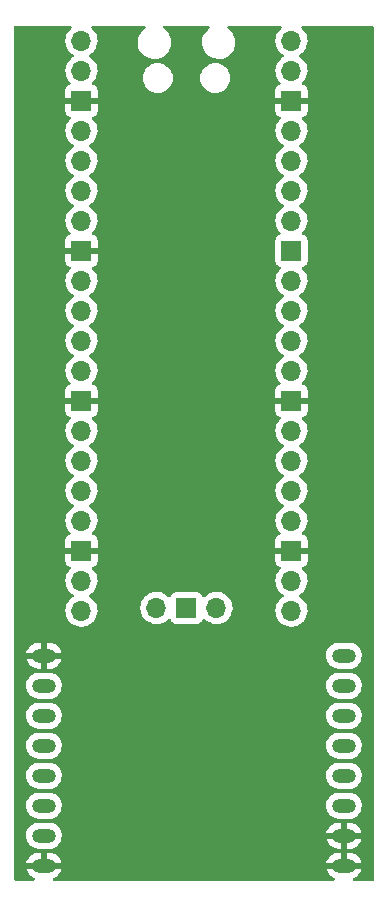
<source format=gbr>
%TF.GenerationSoftware,KiCad,Pcbnew,6.0.2+dfsg-1*%
%TF.CreationDate,2022-09-03T15:09:50+02:00*%
%TF.ProjectId,LoRa_thing,4c6f5261-5f74-4686-996e-672e6b696361,rev?*%
%TF.SameCoordinates,Original*%
%TF.FileFunction,Copper,L2,Bot*%
%TF.FilePolarity,Positive*%
%FSLAX46Y46*%
G04 Gerber Fmt 4.6, Leading zero omitted, Abs format (unit mm)*
G04 Created by KiCad (PCBNEW 6.0.2+dfsg-1) date 2022-09-03 15:09:50*
%MOMM*%
%LPD*%
G01*
G04 APERTURE LIST*
%TA.AperFunction,ComponentPad*%
%ADD10O,1.700000X1.700000*%
%TD*%
%TA.AperFunction,ComponentPad*%
%ADD11R,1.700000X1.700000*%
%TD*%
%TA.AperFunction,ComponentPad*%
%ADD12O,2.000000X1.200000*%
%TD*%
%TA.AperFunction,ViaPad*%
%ADD13C,0.800000*%
%TD*%
G04 APERTURE END LIST*
D10*
%TO.P,U2,1,GPIO0*%
%TO.N,unconnected-(U2-Pad1)*%
X111760000Y-66040000D03*
%TO.P,U2,2,GPIO1*%
%TO.N,unconnected-(U2-Pad2)*%
X111760000Y-68580000D03*
D11*
%TO.P,U2,3,GND*%
%TO.N,GND*%
X111760000Y-71120000D03*
D10*
%TO.P,U2,4,GPIO2*%
%TO.N,unconnected-(U2-Pad4)*%
X111760000Y-73660000D03*
%TO.P,U2,5,GPIO3*%
%TO.N,unconnected-(U2-Pad5)*%
X111760000Y-76200000D03*
%TO.P,U2,6,GPIO4*%
%TO.N,unconnected-(U2-Pad6)*%
X111760000Y-78740000D03*
%TO.P,U2,7,GPIO5*%
%TO.N,unconnected-(U2-Pad7)*%
X111760000Y-81280000D03*
D11*
%TO.P,U2,8,GND*%
%TO.N,GND*%
X111760000Y-83820000D03*
D10*
%TO.P,U2,9,GPIO6*%
%TO.N,unconnected-(U2-Pad9)*%
X111760000Y-86360000D03*
%TO.P,U2,10,GPIO7*%
%TO.N,Net-(U1-Pad4)*%
X111760000Y-88900000D03*
%TO.P,U2,11,SPI1 RX*%
%TO.N,Net-(U1-Pad13)*%
X111760000Y-91440000D03*
%TO.P,U2,12,SPI1 CSn*%
%TO.N,Net-(U1-Pad15)*%
X111760000Y-93980000D03*
D11*
%TO.P,U2,13,GND*%
%TO.N,GND*%
X111760000Y-96520000D03*
D10*
%TO.P,U2,14,SPI1 SCK*%
%TO.N,Net-(U1-Pad12)*%
X111760000Y-99060000D03*
%TO.P,U2,15,SPI1 TX*%
%TO.N,Net-(U1-Pad14)*%
X111760000Y-101600000D03*
%TO.P,U2,16,GPIO12*%
%TO.N,unconnected-(U2-Pad16)*%
X111760000Y-104140000D03*
%TO.P,U2,17,GPIO13*%
%TO.N,unconnected-(U2-Pad17)*%
X111760000Y-106680000D03*
D11*
%TO.P,U2,18,GND*%
%TO.N,GND*%
X111760000Y-109220000D03*
D10*
%TO.P,U2,19,GPIO14*%
%TO.N,unconnected-(U2-Pad19)*%
X111760000Y-111760000D03*
%TO.P,U2,20,GPIO15*%
%TO.N,unconnected-(U2-Pad20)*%
X111760000Y-114300000D03*
%TO.P,U2,21,GPIO16*%
%TO.N,unconnected-(U2-Pad21)*%
X129540000Y-114300000D03*
%TO.P,U2,22,GPIO17*%
%TO.N,unconnected-(U2-Pad22)*%
X129540000Y-111760000D03*
D11*
%TO.P,U2,23,GND*%
%TO.N,GND*%
X129540000Y-109220000D03*
D10*
%TO.P,U2,24,GPIO18*%
%TO.N,unconnected-(U2-Pad24)*%
X129540000Y-106680000D03*
%TO.P,U2,25,GPIO19*%
%TO.N,unconnected-(U2-Pad25)*%
X129540000Y-104140000D03*
%TO.P,U2,26,GPIO20*%
%TO.N,unconnected-(U2-Pad26)*%
X129540000Y-101600000D03*
%TO.P,U2,27,GPIO21*%
%TO.N,unconnected-(U2-Pad27)*%
X129540000Y-99060000D03*
D11*
%TO.P,U2,28,GND*%
%TO.N,GND*%
X129540000Y-96520000D03*
D10*
%TO.P,U2,29,GPIO22*%
%TO.N,unconnected-(U2-Pad29)*%
X129540000Y-93980000D03*
%TO.P,U2,30,RUN*%
%TO.N,unconnected-(U2-Pad30)*%
X129540000Y-91440000D03*
%TO.P,U2,31,GPIO26_ADC0*%
%TO.N,unconnected-(U2-Pad31)*%
X129540000Y-88900000D03*
%TO.P,U2,32,GPIO27_ADC1*%
%TO.N,unconnected-(U2-Pad32)*%
X129540000Y-86360000D03*
D11*
%TO.P,U2,33,AGND*%
%TO.N,unconnected-(U2-Pad33)*%
X129540000Y-83820000D03*
D10*
%TO.P,U2,34,GPIO28_ADC2*%
%TO.N,unconnected-(U2-Pad34)*%
X129540000Y-81280000D03*
%TO.P,U2,35,ADC_VREF*%
%TO.N,unconnected-(U2-Pad35)*%
X129540000Y-78740000D03*
%TO.P,U2,36,3V3*%
%TO.N,Net-(U1-Pad3)*%
X129540000Y-76200000D03*
%TO.P,U2,37,3V3_EN*%
%TO.N,unconnected-(U2-Pad37)*%
X129540000Y-73660000D03*
D11*
%TO.P,U2,38,GND*%
%TO.N,GND*%
X129540000Y-71120000D03*
D10*
%TO.P,U2,39,VSYS*%
%TO.N,unconnected-(U2-Pad39)*%
X129540000Y-68580000D03*
%TO.P,U2,40,VBUS*%
%TO.N,unconnected-(U2-Pad40)*%
X129540000Y-66040000D03*
%TO.P,U2,41,SWCLK*%
%TO.N,unconnected-(U2-Pad41)*%
X118110000Y-114070000D03*
D11*
%TO.P,U2,42,GND*%
%TO.N,unconnected-(U2-Pad42)*%
X120650000Y-114070000D03*
D10*
%TO.P,U2,43,SWDIO*%
%TO.N,unconnected-(U2-Pad43)*%
X123190000Y-114070000D03*
%TD*%
D12*
%TO.P,U1,1,GND*%
%TO.N,GND*%
X133985000Y-135890000D03*
%TO.P,U1,2,GND*%
X133985000Y-133350000D03*
%TO.P,U1,3,VDD*%
%TO.N,Net-(U1-Pad3)*%
X133985000Y-130810000D03*
%TO.P,U1,4,~{RESET}*%
%TO.N,Net-(U1-Pad4)*%
X133985000Y-128270000D03*
%TO.P,U1,5,DIO0*%
%TO.N,unconnected-(U1-Pad5)*%
X133985000Y-125730000D03*
%TO.P,U1,6,DIO1*%
%TO.N,unconnected-(U1-Pad6)*%
X133985000Y-123190000D03*
%TO.P,U1,7,DIO2*%
%TO.N,unconnected-(U1-Pad7)*%
X133985000Y-120650000D03*
%TO.P,U1,8,DIO3*%
%TO.N,unconnected-(U1-Pad8)*%
X133985000Y-118110000D03*
%TO.P,U1,9,GND*%
%TO.N,GND*%
X108585000Y-118110000D03*
%TO.P,U1,10,DIO4*%
%TO.N,unconnected-(U1-Pad10)*%
X108585000Y-120650000D03*
%TO.P,U1,11,DIO5*%
%TO.N,unconnected-(U1-Pad11)*%
X108585000Y-123190000D03*
%TO.P,U1,12,SCK*%
%TO.N,Net-(U1-Pad12)*%
X108585000Y-125730000D03*
%TO.P,U1,13,MISO*%
%TO.N,Net-(U1-Pad13)*%
X108585000Y-128270000D03*
%TO.P,U1,14,MOSI*%
%TO.N,Net-(U1-Pad14)*%
X108585000Y-130810000D03*
%TO.P,U1,15,~{NSS}*%
%TO.N,Net-(U1-Pad15)*%
X108585000Y-133350000D03*
%TO.P,U1,16,GND*%
%TO.N,GND*%
X108585000Y-135890000D03*
%TD*%
D13*
%TO.N,GND*%
X123825000Y-129540000D03*
X118745000Y-129540000D03*
X118745000Y-126365000D03*
X123825000Y-126365000D03*
%TD*%
%TA.AperFunction,Conductor*%
%TO.N,GND*%
G36*
X110879232Y-64790002D02*
G01*
X110925725Y-64843658D01*
X110935829Y-64913932D01*
X110906335Y-64978512D01*
X110886766Y-64996758D01*
X110854965Y-65020635D01*
X110700629Y-65182138D01*
X110697715Y-65186410D01*
X110697714Y-65186411D01*
X110617611Y-65303838D01*
X110574743Y-65366680D01*
X110480688Y-65569305D01*
X110420989Y-65784570D01*
X110397251Y-66006695D01*
X110397548Y-66011848D01*
X110397548Y-66011851D01*
X110406667Y-66170000D01*
X110410110Y-66229715D01*
X110411247Y-66234761D01*
X110411248Y-66234767D01*
X110412959Y-66242359D01*
X110459222Y-66447639D01*
X110543266Y-66654616D01*
X110659987Y-66845088D01*
X110806250Y-67013938D01*
X110978126Y-67156632D01*
X111011060Y-67175877D01*
X111051445Y-67199476D01*
X111100169Y-67251114D01*
X111113240Y-67320897D01*
X111086509Y-67386669D01*
X111046055Y-67420027D01*
X111033607Y-67426507D01*
X111029474Y-67429610D01*
X111029471Y-67429612D01*
X110899484Y-67527209D01*
X110854965Y-67560635D01*
X110700629Y-67722138D01*
X110574743Y-67906680D01*
X110527715Y-68007993D01*
X110483328Y-68103618D01*
X110480688Y-68109305D01*
X110420989Y-68324570D01*
X110397251Y-68546695D01*
X110397548Y-68551848D01*
X110397548Y-68551851D01*
X110403011Y-68646590D01*
X110410110Y-68769715D01*
X110411247Y-68774761D01*
X110411248Y-68774767D01*
X110431119Y-68862939D01*
X110459222Y-68987639D01*
X110543266Y-69194616D01*
X110659987Y-69385088D01*
X110806250Y-69553938D01*
X110810225Y-69557238D01*
X110810231Y-69557244D01*
X110815425Y-69561556D01*
X110855059Y-69620460D01*
X110856555Y-69691441D01*
X110819439Y-69751962D01*
X110779168Y-69776480D01*
X110671946Y-69816676D01*
X110656351Y-69825214D01*
X110554276Y-69901715D01*
X110541715Y-69914276D01*
X110465214Y-70016351D01*
X110456676Y-70031946D01*
X110411522Y-70152394D01*
X110407895Y-70167649D01*
X110402369Y-70218514D01*
X110402000Y-70225328D01*
X110402000Y-70847885D01*
X110406475Y-70863124D01*
X110407865Y-70864329D01*
X110415548Y-70866000D01*
X113099884Y-70866000D01*
X113115123Y-70861525D01*
X113116328Y-70860135D01*
X113117999Y-70852452D01*
X113117999Y-70225331D01*
X113117629Y-70218510D01*
X113112105Y-70167648D01*
X113108479Y-70152396D01*
X113063324Y-70031946D01*
X113054786Y-70016351D01*
X112978285Y-69914276D01*
X112965724Y-69901715D01*
X112863649Y-69825214D01*
X112848054Y-69816676D01*
X112737813Y-69775348D01*
X112681049Y-69732706D01*
X112656349Y-69666145D01*
X112671557Y-69596796D01*
X112693104Y-69568115D01*
X112794430Y-69467144D01*
X112794440Y-69467132D01*
X112798096Y-69463489D01*
X112833734Y-69413894D01*
X112925435Y-69286277D01*
X112928453Y-69282077D01*
X112969018Y-69200000D01*
X116961693Y-69200000D01*
X116980885Y-69419371D01*
X117037880Y-69632076D01*
X117040205Y-69637061D01*
X117128618Y-69826666D01*
X117128621Y-69826671D01*
X117130944Y-69831653D01*
X117257251Y-70012038D01*
X117412962Y-70167749D01*
X117593346Y-70294056D01*
X117792924Y-70387120D01*
X118005629Y-70444115D01*
X118225000Y-70463307D01*
X118444371Y-70444115D01*
X118657076Y-70387120D01*
X118856654Y-70294056D01*
X119037038Y-70167749D01*
X119192749Y-70012038D01*
X119319056Y-69831653D01*
X119321379Y-69826671D01*
X119321382Y-69826666D01*
X119409795Y-69637061D01*
X119412120Y-69632076D01*
X119469115Y-69419371D01*
X119488307Y-69200000D01*
X121811693Y-69200000D01*
X121830885Y-69419371D01*
X121887880Y-69632076D01*
X121890205Y-69637061D01*
X121978618Y-69826666D01*
X121978621Y-69826671D01*
X121980944Y-69831653D01*
X122107251Y-70012038D01*
X122262962Y-70167749D01*
X122443346Y-70294056D01*
X122642924Y-70387120D01*
X122855629Y-70444115D01*
X123075000Y-70463307D01*
X123294371Y-70444115D01*
X123507076Y-70387120D01*
X123706654Y-70294056D01*
X123887038Y-70167749D01*
X124042749Y-70012038D01*
X124169056Y-69831653D01*
X124171379Y-69826671D01*
X124171382Y-69826666D01*
X124259795Y-69637061D01*
X124262120Y-69632076D01*
X124319115Y-69419371D01*
X124338307Y-69200000D01*
X124319115Y-68980629D01*
X124262120Y-68767924D01*
X124218585Y-68674562D01*
X124171382Y-68573334D01*
X124171379Y-68573329D01*
X124169056Y-68568347D01*
X124165899Y-68563838D01*
X124045908Y-68392473D01*
X124045906Y-68392470D01*
X124042749Y-68387962D01*
X123887038Y-68232251D01*
X123706654Y-68105944D01*
X123507076Y-68012880D01*
X123294371Y-67955885D01*
X123075000Y-67936693D01*
X122855629Y-67955885D01*
X122642924Y-68012880D01*
X122549562Y-68056415D01*
X122448334Y-68103618D01*
X122448329Y-68103621D01*
X122443347Y-68105944D01*
X122438840Y-68109100D01*
X122438838Y-68109101D01*
X122267473Y-68229092D01*
X122267470Y-68229094D01*
X122262962Y-68232251D01*
X122107251Y-68387962D01*
X122104094Y-68392470D01*
X122104092Y-68392473D01*
X121984101Y-68563838D01*
X121980944Y-68568347D01*
X121978621Y-68573329D01*
X121978618Y-68573334D01*
X121931415Y-68674562D01*
X121887880Y-68767924D01*
X121830885Y-68980629D01*
X121811693Y-69200000D01*
X119488307Y-69200000D01*
X119469115Y-68980629D01*
X119412120Y-68767924D01*
X119368585Y-68674562D01*
X119321382Y-68573334D01*
X119321379Y-68573329D01*
X119319056Y-68568347D01*
X119315899Y-68563838D01*
X119195908Y-68392473D01*
X119195906Y-68392470D01*
X119192749Y-68387962D01*
X119037038Y-68232251D01*
X118856654Y-68105944D01*
X118657076Y-68012880D01*
X118444371Y-67955885D01*
X118225000Y-67936693D01*
X118005629Y-67955885D01*
X117792924Y-68012880D01*
X117699562Y-68056415D01*
X117598334Y-68103618D01*
X117598329Y-68103621D01*
X117593347Y-68105944D01*
X117588840Y-68109100D01*
X117588838Y-68109101D01*
X117417473Y-68229092D01*
X117417470Y-68229094D01*
X117412962Y-68232251D01*
X117257251Y-68387962D01*
X117254094Y-68392470D01*
X117254092Y-68392473D01*
X117134101Y-68563838D01*
X117130944Y-68568347D01*
X117128621Y-68573329D01*
X117128618Y-68573334D01*
X117081415Y-68674562D01*
X117037880Y-68767924D01*
X116980885Y-68980629D01*
X116961693Y-69200000D01*
X112969018Y-69200000D01*
X113027430Y-69081811D01*
X113092370Y-68868069D01*
X113121529Y-68646590D01*
X113123156Y-68580000D01*
X113104852Y-68357361D01*
X113050431Y-68140702D01*
X112961354Y-67935840D01*
X112840014Y-67748277D01*
X112689670Y-67583051D01*
X112685619Y-67579852D01*
X112685615Y-67579848D01*
X112518414Y-67447800D01*
X112518410Y-67447798D01*
X112514359Y-67444598D01*
X112473053Y-67421796D01*
X112423084Y-67371364D01*
X112408312Y-67301921D01*
X112433428Y-67235516D01*
X112460780Y-67208909D01*
X112507089Y-67175877D01*
X112639860Y-67081173D01*
X112798096Y-66923489D01*
X112857594Y-66840689D01*
X112925435Y-66746277D01*
X112928453Y-66742077D01*
X112951759Y-66694922D01*
X113025136Y-66546453D01*
X113025137Y-66546451D01*
X113027430Y-66541811D01*
X113092370Y-66328069D01*
X113121529Y-66106590D01*
X113123156Y-66040000D01*
X113104852Y-65817361D01*
X113050431Y-65600702D01*
X112961354Y-65395840D01*
X112840014Y-65208277D01*
X112689670Y-65043051D01*
X112628677Y-64994881D01*
X112587615Y-64936964D01*
X112584383Y-64866041D01*
X112620009Y-64804630D01*
X112683180Y-64772228D01*
X112706770Y-64770000D01*
X117065975Y-64770000D01*
X117134096Y-64790002D01*
X117180589Y-64843658D01*
X117190693Y-64913932D01*
X117161199Y-64978512D01*
X117141629Y-64996759D01*
X116986655Y-65113117D01*
X116983083Y-65116855D01*
X116899369Y-65204457D01*
X116826639Y-65280564D01*
X116823725Y-65284836D01*
X116823724Y-65284837D01*
X116767895Y-65366680D01*
X116696119Y-65471899D01*
X116598602Y-65681981D01*
X116536707Y-65905169D01*
X116512095Y-66135469D01*
X116512392Y-66140622D01*
X116512392Y-66140625D01*
X116518067Y-66239041D01*
X116525427Y-66366697D01*
X116526564Y-66371743D01*
X116526565Y-66371749D01*
X116558741Y-66514523D01*
X116576346Y-66592642D01*
X116578288Y-66597424D01*
X116578289Y-66597428D01*
X116661540Y-66802450D01*
X116663484Y-66807237D01*
X116784501Y-67004719D01*
X116936147Y-67179784D01*
X117114349Y-67327730D01*
X117314322Y-67444584D01*
X117530694Y-67527209D01*
X117535760Y-67528240D01*
X117535761Y-67528240D01*
X117588846Y-67539040D01*
X117757656Y-67573385D01*
X117888324Y-67578176D01*
X117983949Y-67581683D01*
X117983953Y-67581683D01*
X117989113Y-67581872D01*
X117994233Y-67581216D01*
X117994235Y-67581216D01*
X118067270Y-67571860D01*
X118218847Y-67552442D01*
X118223795Y-67550957D01*
X118223802Y-67550956D01*
X118435747Y-67487369D01*
X118440690Y-67485886D01*
X118445324Y-67483616D01*
X118644049Y-67386262D01*
X118644052Y-67386260D01*
X118648684Y-67383991D01*
X118837243Y-67249494D01*
X119001303Y-67086005D01*
X119136458Y-66897917D01*
X119183641Y-66802450D01*
X119236784Y-66694922D01*
X119236785Y-66694920D01*
X119239078Y-66690280D01*
X119306408Y-66468671D01*
X119336640Y-66239041D01*
X119336722Y-66235691D01*
X119338245Y-66173365D01*
X119338245Y-66173361D01*
X119338327Y-66170000D01*
X119324479Y-66001562D01*
X119319773Y-65944318D01*
X119319772Y-65944312D01*
X119319349Y-65939167D01*
X119262925Y-65714533D01*
X119260866Y-65709797D01*
X119172630Y-65506868D01*
X119172628Y-65506865D01*
X119170570Y-65502131D01*
X119044764Y-65307665D01*
X118888887Y-65136358D01*
X118884836Y-65133159D01*
X118884832Y-65133155D01*
X118709747Y-64994882D01*
X118668684Y-64936965D01*
X118665452Y-64866042D01*
X118701077Y-64804630D01*
X118764248Y-64772228D01*
X118787839Y-64770000D01*
X122515975Y-64770000D01*
X122584096Y-64790002D01*
X122630589Y-64843658D01*
X122640693Y-64913932D01*
X122611199Y-64978512D01*
X122591629Y-64996759D01*
X122436655Y-65113117D01*
X122433083Y-65116855D01*
X122349369Y-65204457D01*
X122276639Y-65280564D01*
X122273725Y-65284836D01*
X122273724Y-65284837D01*
X122217895Y-65366680D01*
X122146119Y-65471899D01*
X122048602Y-65681981D01*
X121986707Y-65905169D01*
X121962095Y-66135469D01*
X121962392Y-66140622D01*
X121962392Y-66140625D01*
X121968067Y-66239041D01*
X121975427Y-66366697D01*
X121976564Y-66371743D01*
X121976565Y-66371749D01*
X122008741Y-66514523D01*
X122026346Y-66592642D01*
X122028288Y-66597424D01*
X122028289Y-66597428D01*
X122111540Y-66802450D01*
X122113484Y-66807237D01*
X122234501Y-67004719D01*
X122386147Y-67179784D01*
X122564349Y-67327730D01*
X122764322Y-67444584D01*
X122980694Y-67527209D01*
X122985760Y-67528240D01*
X122985761Y-67528240D01*
X123038846Y-67539040D01*
X123207656Y-67573385D01*
X123338324Y-67578176D01*
X123433949Y-67581683D01*
X123433953Y-67581683D01*
X123439113Y-67581872D01*
X123444233Y-67581216D01*
X123444235Y-67581216D01*
X123517270Y-67571860D01*
X123668847Y-67552442D01*
X123673795Y-67550957D01*
X123673802Y-67550956D01*
X123885747Y-67487369D01*
X123890690Y-67485886D01*
X123895324Y-67483616D01*
X124094049Y-67386262D01*
X124094052Y-67386260D01*
X124098684Y-67383991D01*
X124287243Y-67249494D01*
X124451303Y-67086005D01*
X124586458Y-66897917D01*
X124633641Y-66802450D01*
X124686784Y-66694922D01*
X124686785Y-66694920D01*
X124689078Y-66690280D01*
X124756408Y-66468671D01*
X124786640Y-66239041D01*
X124786722Y-66235691D01*
X124788245Y-66173365D01*
X124788245Y-66173361D01*
X124788327Y-66170000D01*
X124774479Y-66001562D01*
X124769773Y-65944318D01*
X124769772Y-65944312D01*
X124769349Y-65939167D01*
X124712925Y-65714533D01*
X124710866Y-65709797D01*
X124622630Y-65506868D01*
X124622628Y-65506865D01*
X124620570Y-65502131D01*
X124494764Y-65307665D01*
X124338887Y-65136358D01*
X124334836Y-65133159D01*
X124334832Y-65133155D01*
X124159747Y-64994882D01*
X124118684Y-64936965D01*
X124115452Y-64866042D01*
X124151077Y-64804630D01*
X124214248Y-64772228D01*
X124237839Y-64770000D01*
X128591111Y-64770000D01*
X128659232Y-64790002D01*
X128705725Y-64843658D01*
X128715829Y-64913932D01*
X128686335Y-64978512D01*
X128666766Y-64996758D01*
X128634965Y-65020635D01*
X128480629Y-65182138D01*
X128477715Y-65186410D01*
X128477714Y-65186411D01*
X128397611Y-65303838D01*
X128354743Y-65366680D01*
X128260688Y-65569305D01*
X128200989Y-65784570D01*
X128177251Y-66006695D01*
X128177548Y-66011848D01*
X128177548Y-66011851D01*
X128186667Y-66170000D01*
X128190110Y-66229715D01*
X128191247Y-66234761D01*
X128191248Y-66234767D01*
X128192959Y-66242359D01*
X128239222Y-66447639D01*
X128323266Y-66654616D01*
X128439987Y-66845088D01*
X128586250Y-67013938D01*
X128758126Y-67156632D01*
X128791060Y-67175877D01*
X128831445Y-67199476D01*
X128880169Y-67251114D01*
X128893240Y-67320897D01*
X128866509Y-67386669D01*
X128826055Y-67420027D01*
X128813607Y-67426507D01*
X128809474Y-67429610D01*
X128809471Y-67429612D01*
X128679484Y-67527209D01*
X128634965Y-67560635D01*
X128480629Y-67722138D01*
X128354743Y-67906680D01*
X128307715Y-68007993D01*
X128263328Y-68103618D01*
X128260688Y-68109305D01*
X128200989Y-68324570D01*
X128177251Y-68546695D01*
X128177548Y-68551848D01*
X128177548Y-68551851D01*
X128183011Y-68646590D01*
X128190110Y-68769715D01*
X128191247Y-68774761D01*
X128191248Y-68774767D01*
X128211119Y-68862939D01*
X128239222Y-68987639D01*
X128323266Y-69194616D01*
X128439987Y-69385088D01*
X128586250Y-69553938D01*
X128590225Y-69557238D01*
X128590231Y-69557244D01*
X128595425Y-69561556D01*
X128635059Y-69620460D01*
X128636555Y-69691441D01*
X128599439Y-69751962D01*
X128559168Y-69776480D01*
X128451946Y-69816676D01*
X128436351Y-69825214D01*
X128334276Y-69901715D01*
X128321715Y-69914276D01*
X128245214Y-70016351D01*
X128236676Y-70031946D01*
X128191522Y-70152394D01*
X128187895Y-70167649D01*
X128182369Y-70218514D01*
X128182000Y-70225328D01*
X128182000Y-70847885D01*
X128186475Y-70863124D01*
X128187865Y-70864329D01*
X128195548Y-70866000D01*
X130879884Y-70866000D01*
X130895123Y-70861525D01*
X130896328Y-70860135D01*
X130897999Y-70852452D01*
X130897999Y-70225331D01*
X130897629Y-70218510D01*
X130892105Y-70167648D01*
X130888479Y-70152396D01*
X130843324Y-70031946D01*
X130834786Y-70016351D01*
X130758285Y-69914276D01*
X130745724Y-69901715D01*
X130643649Y-69825214D01*
X130628054Y-69816676D01*
X130517813Y-69775348D01*
X130461049Y-69732706D01*
X130436349Y-69666145D01*
X130451557Y-69596796D01*
X130473104Y-69568115D01*
X130574430Y-69467144D01*
X130574440Y-69467132D01*
X130578096Y-69463489D01*
X130613734Y-69413894D01*
X130705435Y-69286277D01*
X130708453Y-69282077D01*
X130807430Y-69081811D01*
X130872370Y-68868069D01*
X130901529Y-68646590D01*
X130903156Y-68580000D01*
X130884852Y-68357361D01*
X130830431Y-68140702D01*
X130741354Y-67935840D01*
X130620014Y-67748277D01*
X130469670Y-67583051D01*
X130465619Y-67579852D01*
X130465615Y-67579848D01*
X130298414Y-67447800D01*
X130298410Y-67447798D01*
X130294359Y-67444598D01*
X130253053Y-67421796D01*
X130203084Y-67371364D01*
X130188312Y-67301921D01*
X130213428Y-67235516D01*
X130240780Y-67208909D01*
X130287089Y-67175877D01*
X130419860Y-67081173D01*
X130578096Y-66923489D01*
X130637594Y-66840689D01*
X130705435Y-66746277D01*
X130708453Y-66742077D01*
X130731759Y-66694922D01*
X130805136Y-66546453D01*
X130805137Y-66546451D01*
X130807430Y-66541811D01*
X130872370Y-66328069D01*
X130901529Y-66106590D01*
X130903156Y-66040000D01*
X130884852Y-65817361D01*
X130830431Y-65600702D01*
X130741354Y-65395840D01*
X130620014Y-65208277D01*
X130469670Y-65043051D01*
X130408677Y-64994881D01*
X130367615Y-64936964D01*
X130364383Y-64866041D01*
X130400009Y-64804630D01*
X130463180Y-64772228D01*
X130486770Y-64770000D01*
X136399000Y-64770000D01*
X136467121Y-64790002D01*
X136513614Y-64843658D01*
X136525000Y-64896000D01*
X136525000Y-137034000D01*
X136504998Y-137102121D01*
X136451342Y-137148614D01*
X136399000Y-137160000D01*
X134858870Y-137160000D01*
X134790749Y-137139998D01*
X134744256Y-137086342D01*
X134734152Y-137016068D01*
X134763646Y-136951488D01*
X134801178Y-136921984D01*
X134980978Y-136829381D01*
X134991024Y-136822931D01*
X135147857Y-136699738D01*
X135156506Y-136691501D01*
X135287212Y-136540877D01*
X135294147Y-136531153D01*
X135394010Y-136358533D01*
X135398984Y-136347669D01*
X135464407Y-136159273D01*
X135464648Y-136158284D01*
X135463180Y-136147992D01*
X135449615Y-136144000D01*
X132524598Y-136144000D01*
X132511067Y-136147973D01*
X132509712Y-136157399D01*
X132531194Y-136246537D01*
X132535083Y-136257832D01*
X132617629Y-136439382D01*
X132623576Y-136449724D01*
X132738968Y-136612397D01*
X132746761Y-136621425D01*
X132890831Y-136759342D01*
X132900196Y-136766738D01*
X133067741Y-136874921D01*
X133078341Y-136880415D01*
X133169452Y-136917134D01*
X133225157Y-136961149D01*
X133248224Y-137028294D01*
X133231327Y-137097251D01*
X133179832Y-137146126D01*
X133122353Y-137160000D01*
X109458870Y-137160000D01*
X109390749Y-137139998D01*
X109344256Y-137086342D01*
X109334152Y-137016068D01*
X109363646Y-136951488D01*
X109401178Y-136921984D01*
X109580978Y-136829381D01*
X109591024Y-136822931D01*
X109747857Y-136699738D01*
X109756506Y-136691501D01*
X109887212Y-136540877D01*
X109894147Y-136531153D01*
X109994010Y-136358533D01*
X109998984Y-136347669D01*
X110064407Y-136159273D01*
X110064648Y-136158284D01*
X110063180Y-136147992D01*
X110049615Y-136144000D01*
X107124598Y-136144000D01*
X107111067Y-136147973D01*
X107109712Y-136157399D01*
X107131194Y-136246537D01*
X107135083Y-136257832D01*
X107217629Y-136439382D01*
X107223576Y-136449724D01*
X107338968Y-136612397D01*
X107346761Y-136621425D01*
X107490831Y-136759342D01*
X107500196Y-136766738D01*
X107667741Y-136874921D01*
X107678341Y-136880415D01*
X107769452Y-136917134D01*
X107825157Y-136961149D01*
X107848224Y-137028294D01*
X107831327Y-137097251D01*
X107779832Y-137146126D01*
X107722353Y-137160000D01*
X106171000Y-137160000D01*
X106102879Y-137139998D01*
X106056386Y-137086342D01*
X106045000Y-137034000D01*
X106045000Y-135621716D01*
X107105352Y-135621716D01*
X107106820Y-135632008D01*
X107120385Y-135636000D01*
X108312885Y-135636000D01*
X108328124Y-135631525D01*
X108329329Y-135630135D01*
X108331000Y-135622452D01*
X108331000Y-135617885D01*
X108839000Y-135617885D01*
X108843475Y-135633124D01*
X108844865Y-135634329D01*
X108852548Y-135636000D01*
X110045402Y-135636000D01*
X110058933Y-135632027D01*
X110060288Y-135622601D01*
X110060075Y-135621716D01*
X132505352Y-135621716D01*
X132506820Y-135632008D01*
X132520385Y-135636000D01*
X133712885Y-135636000D01*
X133728124Y-135631525D01*
X133729329Y-135630135D01*
X133731000Y-135622452D01*
X133731000Y-135617885D01*
X134239000Y-135617885D01*
X134243475Y-135633124D01*
X134244865Y-135634329D01*
X134252548Y-135636000D01*
X135445402Y-135636000D01*
X135458933Y-135632027D01*
X135460288Y-135622601D01*
X135438806Y-135533463D01*
X135434917Y-135522168D01*
X135352371Y-135340618D01*
X135346424Y-135330276D01*
X135231032Y-135167603D01*
X135223239Y-135158575D01*
X135079169Y-135020658D01*
X135069804Y-135013262D01*
X134902259Y-134905079D01*
X134891655Y-134899583D01*
X134706688Y-134825039D01*
X134695230Y-134821645D01*
X134498072Y-134783143D01*
X134489209Y-134782066D01*
X134486500Y-134782000D01*
X134257115Y-134782000D01*
X134241876Y-134786475D01*
X134240671Y-134787865D01*
X134239000Y-134795548D01*
X134239000Y-135617885D01*
X133731000Y-135617885D01*
X133731000Y-134800115D01*
X133726525Y-134784876D01*
X133725135Y-134783671D01*
X133717452Y-134782000D01*
X133535168Y-134782000D01*
X133529192Y-134782285D01*
X133380506Y-134796471D01*
X133368772Y-134798730D01*
X133177401Y-134854872D01*
X133166325Y-134859302D01*
X132989022Y-134950619D01*
X132978976Y-134957069D01*
X132822143Y-135080262D01*
X132813494Y-135088499D01*
X132682788Y-135239123D01*
X132675853Y-135248847D01*
X132575990Y-135421467D01*
X132571016Y-135432331D01*
X132505593Y-135620727D01*
X132505352Y-135621716D01*
X110060075Y-135621716D01*
X110038806Y-135533463D01*
X110034917Y-135522168D01*
X109952371Y-135340618D01*
X109946424Y-135330276D01*
X109831032Y-135167603D01*
X109823239Y-135158575D01*
X109679169Y-135020658D01*
X109669804Y-135013262D01*
X109502259Y-134905079D01*
X109491655Y-134899583D01*
X109306688Y-134825039D01*
X109295230Y-134821645D01*
X109098072Y-134783143D01*
X109089209Y-134782066D01*
X109086500Y-134782000D01*
X108857115Y-134782000D01*
X108841876Y-134786475D01*
X108840671Y-134787865D01*
X108839000Y-134795548D01*
X108839000Y-135617885D01*
X108331000Y-135617885D01*
X108331000Y-134800115D01*
X108326525Y-134784876D01*
X108325135Y-134783671D01*
X108317452Y-134782000D01*
X108135168Y-134782000D01*
X108129192Y-134782285D01*
X107980506Y-134796471D01*
X107968772Y-134798730D01*
X107777401Y-134854872D01*
X107766325Y-134859302D01*
X107589022Y-134950619D01*
X107578976Y-134957069D01*
X107422143Y-135080262D01*
X107413494Y-135088499D01*
X107282788Y-135239123D01*
X107275853Y-135248847D01*
X107175990Y-135421467D01*
X107171016Y-135432331D01*
X107105593Y-135620727D01*
X107105352Y-135621716D01*
X106045000Y-135621716D01*
X106045000Y-133295604D01*
X107072787Y-133295604D01*
X107082567Y-133506899D01*
X107083971Y-133512724D01*
X107083971Y-133512725D01*
X107130680Y-133706537D01*
X107132125Y-133712534D01*
X107134607Y-133717992D01*
X107134608Y-133717996D01*
X107178053Y-133813546D01*
X107219674Y-133905087D01*
X107342054Y-134077611D01*
X107494850Y-134223881D01*
X107672548Y-134338620D01*
X107678114Y-134340863D01*
X107863168Y-134415442D01*
X107863171Y-134415443D01*
X107868737Y-134417686D01*
X108076337Y-134458228D01*
X108081899Y-134458500D01*
X109037846Y-134458500D01*
X109195566Y-134443452D01*
X109398534Y-134383908D01*
X109482977Y-134340417D01*
X109581249Y-134289804D01*
X109581252Y-134289802D01*
X109586580Y-134287058D01*
X109752920Y-134156396D01*
X109756852Y-134151865D01*
X109756855Y-134151862D01*
X109887621Y-134001167D01*
X109891552Y-133996637D01*
X109894552Y-133991451D01*
X109894555Y-133991447D01*
X109994467Y-133818742D01*
X109997473Y-133813546D01*
X110065587Y-133617399D01*
X132509712Y-133617399D01*
X132531194Y-133706537D01*
X132535083Y-133717832D01*
X132617629Y-133899382D01*
X132623576Y-133909724D01*
X132738968Y-134072397D01*
X132746761Y-134081425D01*
X132890831Y-134219342D01*
X132900196Y-134226738D01*
X133067741Y-134334921D01*
X133078345Y-134340417D01*
X133263312Y-134414961D01*
X133274770Y-134418355D01*
X133471928Y-134456857D01*
X133480791Y-134457934D01*
X133483500Y-134458000D01*
X133712885Y-134458000D01*
X133728124Y-134453525D01*
X133729329Y-134452135D01*
X133731000Y-134444452D01*
X133731000Y-134439885D01*
X134239000Y-134439885D01*
X134243475Y-134455124D01*
X134244865Y-134456329D01*
X134252548Y-134458000D01*
X134434832Y-134458000D01*
X134440808Y-134457715D01*
X134589494Y-134443529D01*
X134601228Y-134441270D01*
X134792599Y-134385128D01*
X134803675Y-134380698D01*
X134980978Y-134289381D01*
X134991024Y-134282931D01*
X135147857Y-134159738D01*
X135156506Y-134151501D01*
X135287212Y-134000877D01*
X135294147Y-133991153D01*
X135394010Y-133818533D01*
X135398984Y-133807669D01*
X135464407Y-133619273D01*
X135464648Y-133618284D01*
X135463180Y-133607992D01*
X135449615Y-133604000D01*
X134257115Y-133604000D01*
X134241876Y-133608475D01*
X134240671Y-133609865D01*
X134239000Y-133617548D01*
X134239000Y-134439885D01*
X133731000Y-134439885D01*
X133731000Y-133622115D01*
X133726525Y-133606876D01*
X133725135Y-133605671D01*
X133717452Y-133604000D01*
X132524598Y-133604000D01*
X132511067Y-133607973D01*
X132509712Y-133617399D01*
X110065587Y-133617399D01*
X110066861Y-133613729D01*
X110067855Y-133606876D01*
X110096352Y-133410336D01*
X110096352Y-133410333D01*
X110097213Y-133404396D01*
X110087433Y-133193101D01*
X110060589Y-133081716D01*
X132505352Y-133081716D01*
X132506820Y-133092008D01*
X132520385Y-133096000D01*
X133712885Y-133096000D01*
X133728124Y-133091525D01*
X133729329Y-133090135D01*
X133731000Y-133082452D01*
X133731000Y-133077885D01*
X134239000Y-133077885D01*
X134243475Y-133093124D01*
X134244865Y-133094329D01*
X134252548Y-133096000D01*
X135445402Y-133096000D01*
X135458933Y-133092027D01*
X135460288Y-133082601D01*
X135438806Y-132993463D01*
X135434917Y-132982168D01*
X135352371Y-132800618D01*
X135346424Y-132790276D01*
X135231032Y-132627603D01*
X135223239Y-132618575D01*
X135079169Y-132480658D01*
X135069804Y-132473262D01*
X134902259Y-132365079D01*
X134891655Y-132359583D01*
X134706688Y-132285039D01*
X134695230Y-132281645D01*
X134498072Y-132243143D01*
X134489209Y-132242066D01*
X134486500Y-132242000D01*
X134257115Y-132242000D01*
X134241876Y-132246475D01*
X134240671Y-132247865D01*
X134239000Y-132255548D01*
X134239000Y-133077885D01*
X133731000Y-133077885D01*
X133731000Y-132260115D01*
X133726525Y-132244876D01*
X133725135Y-132243671D01*
X133717452Y-132242000D01*
X133535168Y-132242000D01*
X133529192Y-132242285D01*
X133380506Y-132256471D01*
X133368772Y-132258730D01*
X133177401Y-132314872D01*
X133166325Y-132319302D01*
X132989022Y-132410619D01*
X132978976Y-132417069D01*
X132822143Y-132540262D01*
X132813494Y-132548499D01*
X132682788Y-132699123D01*
X132675853Y-132708847D01*
X132575990Y-132881467D01*
X132571016Y-132892331D01*
X132505593Y-133080727D01*
X132505352Y-133081716D01*
X110060589Y-133081716D01*
X110055819Y-133061923D01*
X110039281Y-132993299D01*
X110039280Y-132993297D01*
X110037875Y-132987466D01*
X109994525Y-132892122D01*
X109952806Y-132800368D01*
X109950326Y-132794913D01*
X109827946Y-132622389D01*
X109675150Y-132476119D01*
X109497452Y-132361380D01*
X109393043Y-132319302D01*
X109306832Y-132284558D01*
X109306829Y-132284557D01*
X109301263Y-132282314D01*
X109093663Y-132241772D01*
X109088101Y-132241500D01*
X108132154Y-132241500D01*
X107974434Y-132256548D01*
X107771466Y-132316092D01*
X107766139Y-132318836D01*
X107766138Y-132318836D01*
X107588751Y-132410196D01*
X107588748Y-132410198D01*
X107583420Y-132412942D01*
X107417080Y-132543604D01*
X107413148Y-132548135D01*
X107413145Y-132548138D01*
X107344474Y-132627275D01*
X107278448Y-132703363D01*
X107275448Y-132708549D01*
X107275445Y-132708553D01*
X107275275Y-132708847D01*
X107172527Y-132886454D01*
X107103139Y-133086271D01*
X107102278Y-133092206D01*
X107102278Y-133092208D01*
X107101971Y-133094329D01*
X107072787Y-133295604D01*
X106045000Y-133295604D01*
X106045000Y-130755604D01*
X107072787Y-130755604D01*
X107082567Y-130966899D01*
X107132125Y-131172534D01*
X107134607Y-131177992D01*
X107134608Y-131177996D01*
X107178053Y-131273546D01*
X107219674Y-131365087D01*
X107342054Y-131537611D01*
X107494850Y-131683881D01*
X107672548Y-131798620D01*
X107678114Y-131800863D01*
X107863168Y-131875442D01*
X107863171Y-131875443D01*
X107868737Y-131877686D01*
X108076337Y-131918228D01*
X108081899Y-131918500D01*
X109037846Y-131918500D01*
X109195566Y-131903452D01*
X109398534Y-131843908D01*
X109482111Y-131800863D01*
X109581249Y-131749804D01*
X109581252Y-131749802D01*
X109586580Y-131747058D01*
X109752920Y-131616396D01*
X109756852Y-131611865D01*
X109756855Y-131611862D01*
X109887621Y-131461167D01*
X109891552Y-131456637D01*
X109894552Y-131451451D01*
X109894555Y-131451447D01*
X109994467Y-131278742D01*
X109997473Y-131273546D01*
X110066861Y-131073729D01*
X110097213Y-130864396D01*
X110092177Y-130755604D01*
X132472787Y-130755604D01*
X132482567Y-130966899D01*
X132532125Y-131172534D01*
X132534607Y-131177992D01*
X132534608Y-131177996D01*
X132578053Y-131273546D01*
X132619674Y-131365087D01*
X132742054Y-131537611D01*
X132894850Y-131683881D01*
X133072548Y-131798620D01*
X133078114Y-131800863D01*
X133263168Y-131875442D01*
X133263171Y-131875443D01*
X133268737Y-131877686D01*
X133476337Y-131918228D01*
X133481899Y-131918500D01*
X134437846Y-131918500D01*
X134595566Y-131903452D01*
X134798534Y-131843908D01*
X134882111Y-131800863D01*
X134981249Y-131749804D01*
X134981252Y-131749802D01*
X134986580Y-131747058D01*
X135152920Y-131616396D01*
X135156852Y-131611865D01*
X135156855Y-131611862D01*
X135287621Y-131461167D01*
X135291552Y-131456637D01*
X135294552Y-131451451D01*
X135294555Y-131451447D01*
X135394467Y-131278742D01*
X135397473Y-131273546D01*
X135466861Y-131073729D01*
X135497213Y-130864396D01*
X135487433Y-130653101D01*
X135437875Y-130447466D01*
X135394525Y-130352122D01*
X135352806Y-130260368D01*
X135350326Y-130254913D01*
X135227946Y-130082389D01*
X135075150Y-129936119D01*
X134897452Y-129821380D01*
X134837354Y-129797160D01*
X134706832Y-129744558D01*
X134706829Y-129744557D01*
X134701263Y-129742314D01*
X134493663Y-129701772D01*
X134488101Y-129701500D01*
X133532154Y-129701500D01*
X133374434Y-129716548D01*
X133171466Y-129776092D01*
X133166139Y-129778836D01*
X133166138Y-129778836D01*
X132988751Y-129870196D01*
X132988748Y-129870198D01*
X132983420Y-129872942D01*
X132817080Y-130003604D01*
X132813148Y-130008135D01*
X132813145Y-130008138D01*
X132744474Y-130087275D01*
X132678448Y-130163363D01*
X132675448Y-130168549D01*
X132675445Y-130168553D01*
X132628312Y-130250026D01*
X132572527Y-130346454D01*
X132503139Y-130546271D01*
X132472787Y-130755604D01*
X110092177Y-130755604D01*
X110087433Y-130653101D01*
X110037875Y-130447466D01*
X109994525Y-130352122D01*
X109952806Y-130260368D01*
X109950326Y-130254913D01*
X109827946Y-130082389D01*
X109675150Y-129936119D01*
X109497452Y-129821380D01*
X109437354Y-129797160D01*
X109306832Y-129744558D01*
X109306829Y-129744557D01*
X109301263Y-129742314D01*
X109093663Y-129701772D01*
X109088101Y-129701500D01*
X108132154Y-129701500D01*
X107974434Y-129716548D01*
X107771466Y-129776092D01*
X107766139Y-129778836D01*
X107766138Y-129778836D01*
X107588751Y-129870196D01*
X107588748Y-129870198D01*
X107583420Y-129872942D01*
X107417080Y-130003604D01*
X107413148Y-130008135D01*
X107413145Y-130008138D01*
X107344474Y-130087275D01*
X107278448Y-130163363D01*
X107275448Y-130168549D01*
X107275445Y-130168553D01*
X107228312Y-130250026D01*
X107172527Y-130346454D01*
X107103139Y-130546271D01*
X107072787Y-130755604D01*
X106045000Y-130755604D01*
X106045000Y-128215604D01*
X107072787Y-128215604D01*
X107082567Y-128426899D01*
X107132125Y-128632534D01*
X107134607Y-128637992D01*
X107134608Y-128637996D01*
X107178053Y-128733546D01*
X107219674Y-128825087D01*
X107342054Y-128997611D01*
X107494850Y-129143881D01*
X107672548Y-129258620D01*
X107678114Y-129260863D01*
X107863168Y-129335442D01*
X107863171Y-129335443D01*
X107868737Y-129337686D01*
X108076337Y-129378228D01*
X108081899Y-129378500D01*
X109037846Y-129378500D01*
X109195566Y-129363452D01*
X109398534Y-129303908D01*
X109482111Y-129260863D01*
X109581249Y-129209804D01*
X109581252Y-129209802D01*
X109586580Y-129207058D01*
X109752920Y-129076396D01*
X109756852Y-129071865D01*
X109756855Y-129071862D01*
X109887621Y-128921167D01*
X109891552Y-128916637D01*
X109894552Y-128911451D01*
X109894555Y-128911447D01*
X109994467Y-128738742D01*
X109997473Y-128733546D01*
X110066861Y-128533729D01*
X110097213Y-128324396D01*
X110092177Y-128215604D01*
X132472787Y-128215604D01*
X132482567Y-128426899D01*
X132532125Y-128632534D01*
X132534607Y-128637992D01*
X132534608Y-128637996D01*
X132578053Y-128733546D01*
X132619674Y-128825087D01*
X132742054Y-128997611D01*
X132894850Y-129143881D01*
X133072548Y-129258620D01*
X133078114Y-129260863D01*
X133263168Y-129335442D01*
X133263171Y-129335443D01*
X133268737Y-129337686D01*
X133476337Y-129378228D01*
X133481899Y-129378500D01*
X134437846Y-129378500D01*
X134595566Y-129363452D01*
X134798534Y-129303908D01*
X134882111Y-129260863D01*
X134981249Y-129209804D01*
X134981252Y-129209802D01*
X134986580Y-129207058D01*
X135152920Y-129076396D01*
X135156852Y-129071865D01*
X135156855Y-129071862D01*
X135287621Y-128921167D01*
X135291552Y-128916637D01*
X135294552Y-128911451D01*
X135294555Y-128911447D01*
X135394467Y-128738742D01*
X135397473Y-128733546D01*
X135466861Y-128533729D01*
X135497213Y-128324396D01*
X135487433Y-128113101D01*
X135437875Y-127907466D01*
X135394525Y-127812122D01*
X135352806Y-127720368D01*
X135350326Y-127714913D01*
X135227946Y-127542389D01*
X135075150Y-127396119D01*
X134897452Y-127281380D01*
X134837354Y-127257160D01*
X134706832Y-127204558D01*
X134706829Y-127204557D01*
X134701263Y-127202314D01*
X134493663Y-127161772D01*
X134488101Y-127161500D01*
X133532154Y-127161500D01*
X133374434Y-127176548D01*
X133171466Y-127236092D01*
X133166139Y-127238836D01*
X133166138Y-127238836D01*
X132988751Y-127330196D01*
X132988748Y-127330198D01*
X132983420Y-127332942D01*
X132817080Y-127463604D01*
X132813148Y-127468135D01*
X132813145Y-127468138D01*
X132744474Y-127547275D01*
X132678448Y-127623363D01*
X132675448Y-127628549D01*
X132675445Y-127628553D01*
X132628312Y-127710026D01*
X132572527Y-127806454D01*
X132503139Y-128006271D01*
X132472787Y-128215604D01*
X110092177Y-128215604D01*
X110087433Y-128113101D01*
X110037875Y-127907466D01*
X109994525Y-127812122D01*
X109952806Y-127720368D01*
X109950326Y-127714913D01*
X109827946Y-127542389D01*
X109675150Y-127396119D01*
X109497452Y-127281380D01*
X109437354Y-127257160D01*
X109306832Y-127204558D01*
X109306829Y-127204557D01*
X109301263Y-127202314D01*
X109093663Y-127161772D01*
X109088101Y-127161500D01*
X108132154Y-127161500D01*
X107974434Y-127176548D01*
X107771466Y-127236092D01*
X107766139Y-127238836D01*
X107766138Y-127238836D01*
X107588751Y-127330196D01*
X107588748Y-127330198D01*
X107583420Y-127332942D01*
X107417080Y-127463604D01*
X107413148Y-127468135D01*
X107413145Y-127468138D01*
X107344474Y-127547275D01*
X107278448Y-127623363D01*
X107275448Y-127628549D01*
X107275445Y-127628553D01*
X107228312Y-127710026D01*
X107172527Y-127806454D01*
X107103139Y-128006271D01*
X107072787Y-128215604D01*
X106045000Y-128215604D01*
X106045000Y-125675604D01*
X107072787Y-125675604D01*
X107082567Y-125886899D01*
X107132125Y-126092534D01*
X107134607Y-126097992D01*
X107134608Y-126097996D01*
X107178053Y-126193546D01*
X107219674Y-126285087D01*
X107342054Y-126457611D01*
X107494850Y-126603881D01*
X107672548Y-126718620D01*
X107678114Y-126720863D01*
X107863168Y-126795442D01*
X107863171Y-126795443D01*
X107868737Y-126797686D01*
X108076337Y-126838228D01*
X108081899Y-126838500D01*
X109037846Y-126838500D01*
X109195566Y-126823452D01*
X109398534Y-126763908D01*
X109482111Y-126720863D01*
X109581249Y-126669804D01*
X109581252Y-126669802D01*
X109586580Y-126667058D01*
X109752920Y-126536396D01*
X109756852Y-126531865D01*
X109756855Y-126531862D01*
X109887621Y-126381167D01*
X109891552Y-126376637D01*
X109894552Y-126371451D01*
X109894555Y-126371447D01*
X109994467Y-126198742D01*
X109997473Y-126193546D01*
X110066861Y-125993729D01*
X110097213Y-125784396D01*
X110092177Y-125675604D01*
X132472787Y-125675604D01*
X132482567Y-125886899D01*
X132532125Y-126092534D01*
X132534607Y-126097992D01*
X132534608Y-126097996D01*
X132578053Y-126193546D01*
X132619674Y-126285087D01*
X132742054Y-126457611D01*
X132894850Y-126603881D01*
X133072548Y-126718620D01*
X133078114Y-126720863D01*
X133263168Y-126795442D01*
X133263171Y-126795443D01*
X133268737Y-126797686D01*
X133476337Y-126838228D01*
X133481899Y-126838500D01*
X134437846Y-126838500D01*
X134595566Y-126823452D01*
X134798534Y-126763908D01*
X134882111Y-126720863D01*
X134981249Y-126669804D01*
X134981252Y-126669802D01*
X134986580Y-126667058D01*
X135152920Y-126536396D01*
X135156852Y-126531865D01*
X135156855Y-126531862D01*
X135287621Y-126381167D01*
X135291552Y-126376637D01*
X135294552Y-126371451D01*
X135294555Y-126371447D01*
X135394467Y-126198742D01*
X135397473Y-126193546D01*
X135466861Y-125993729D01*
X135497213Y-125784396D01*
X135487433Y-125573101D01*
X135437875Y-125367466D01*
X135394525Y-125272122D01*
X135352806Y-125180368D01*
X135350326Y-125174913D01*
X135227946Y-125002389D01*
X135075150Y-124856119D01*
X134897452Y-124741380D01*
X134837354Y-124717160D01*
X134706832Y-124664558D01*
X134706829Y-124664557D01*
X134701263Y-124662314D01*
X134493663Y-124621772D01*
X134488101Y-124621500D01*
X133532154Y-124621500D01*
X133374434Y-124636548D01*
X133171466Y-124696092D01*
X133166139Y-124698836D01*
X133166138Y-124698836D01*
X132988751Y-124790196D01*
X132988748Y-124790198D01*
X132983420Y-124792942D01*
X132817080Y-124923604D01*
X132813148Y-124928135D01*
X132813145Y-124928138D01*
X132744474Y-125007275D01*
X132678448Y-125083363D01*
X132675448Y-125088549D01*
X132675445Y-125088553D01*
X132628312Y-125170026D01*
X132572527Y-125266454D01*
X132503139Y-125466271D01*
X132472787Y-125675604D01*
X110092177Y-125675604D01*
X110087433Y-125573101D01*
X110037875Y-125367466D01*
X109994525Y-125272122D01*
X109952806Y-125180368D01*
X109950326Y-125174913D01*
X109827946Y-125002389D01*
X109675150Y-124856119D01*
X109497452Y-124741380D01*
X109437354Y-124717160D01*
X109306832Y-124664558D01*
X109306829Y-124664557D01*
X109301263Y-124662314D01*
X109093663Y-124621772D01*
X109088101Y-124621500D01*
X108132154Y-124621500D01*
X107974434Y-124636548D01*
X107771466Y-124696092D01*
X107766139Y-124698836D01*
X107766138Y-124698836D01*
X107588751Y-124790196D01*
X107588748Y-124790198D01*
X107583420Y-124792942D01*
X107417080Y-124923604D01*
X107413148Y-124928135D01*
X107413145Y-124928138D01*
X107344474Y-125007275D01*
X107278448Y-125083363D01*
X107275448Y-125088549D01*
X107275445Y-125088553D01*
X107228312Y-125170026D01*
X107172527Y-125266454D01*
X107103139Y-125466271D01*
X107072787Y-125675604D01*
X106045000Y-125675604D01*
X106045000Y-123135604D01*
X107072787Y-123135604D01*
X107082567Y-123346899D01*
X107132125Y-123552534D01*
X107134607Y-123557992D01*
X107134608Y-123557996D01*
X107178053Y-123653546D01*
X107219674Y-123745087D01*
X107342054Y-123917611D01*
X107494850Y-124063881D01*
X107672548Y-124178620D01*
X107678114Y-124180863D01*
X107863168Y-124255442D01*
X107863171Y-124255443D01*
X107868737Y-124257686D01*
X108076337Y-124298228D01*
X108081899Y-124298500D01*
X109037846Y-124298500D01*
X109195566Y-124283452D01*
X109398534Y-124223908D01*
X109482111Y-124180863D01*
X109581249Y-124129804D01*
X109581252Y-124129802D01*
X109586580Y-124127058D01*
X109752920Y-123996396D01*
X109756852Y-123991865D01*
X109756855Y-123991862D01*
X109887621Y-123841167D01*
X109891552Y-123836637D01*
X109894552Y-123831451D01*
X109894555Y-123831447D01*
X109994467Y-123658742D01*
X109997473Y-123653546D01*
X110066861Y-123453729D01*
X110097213Y-123244396D01*
X110092177Y-123135604D01*
X132472787Y-123135604D01*
X132482567Y-123346899D01*
X132532125Y-123552534D01*
X132534607Y-123557992D01*
X132534608Y-123557996D01*
X132578053Y-123653546D01*
X132619674Y-123745087D01*
X132742054Y-123917611D01*
X132894850Y-124063881D01*
X133072548Y-124178620D01*
X133078114Y-124180863D01*
X133263168Y-124255442D01*
X133263171Y-124255443D01*
X133268737Y-124257686D01*
X133476337Y-124298228D01*
X133481899Y-124298500D01*
X134437846Y-124298500D01*
X134595566Y-124283452D01*
X134798534Y-124223908D01*
X134882111Y-124180863D01*
X134981249Y-124129804D01*
X134981252Y-124129802D01*
X134986580Y-124127058D01*
X135152920Y-123996396D01*
X135156852Y-123991865D01*
X135156855Y-123991862D01*
X135287621Y-123841167D01*
X135291552Y-123836637D01*
X135294552Y-123831451D01*
X135294555Y-123831447D01*
X135394467Y-123658742D01*
X135397473Y-123653546D01*
X135466861Y-123453729D01*
X135497213Y-123244396D01*
X135487433Y-123033101D01*
X135437875Y-122827466D01*
X135394525Y-122732122D01*
X135352806Y-122640368D01*
X135350326Y-122634913D01*
X135227946Y-122462389D01*
X135075150Y-122316119D01*
X134897452Y-122201380D01*
X134837354Y-122177160D01*
X134706832Y-122124558D01*
X134706829Y-122124557D01*
X134701263Y-122122314D01*
X134493663Y-122081772D01*
X134488101Y-122081500D01*
X133532154Y-122081500D01*
X133374434Y-122096548D01*
X133171466Y-122156092D01*
X133166139Y-122158836D01*
X133166138Y-122158836D01*
X132988751Y-122250196D01*
X132988748Y-122250198D01*
X132983420Y-122252942D01*
X132817080Y-122383604D01*
X132813148Y-122388135D01*
X132813145Y-122388138D01*
X132744474Y-122467275D01*
X132678448Y-122543363D01*
X132675448Y-122548549D01*
X132675445Y-122548553D01*
X132628312Y-122630026D01*
X132572527Y-122726454D01*
X132503139Y-122926271D01*
X132472787Y-123135604D01*
X110092177Y-123135604D01*
X110087433Y-123033101D01*
X110037875Y-122827466D01*
X109994525Y-122732122D01*
X109952806Y-122640368D01*
X109950326Y-122634913D01*
X109827946Y-122462389D01*
X109675150Y-122316119D01*
X109497452Y-122201380D01*
X109437354Y-122177160D01*
X109306832Y-122124558D01*
X109306829Y-122124557D01*
X109301263Y-122122314D01*
X109093663Y-122081772D01*
X109088101Y-122081500D01*
X108132154Y-122081500D01*
X107974434Y-122096548D01*
X107771466Y-122156092D01*
X107766139Y-122158836D01*
X107766138Y-122158836D01*
X107588751Y-122250196D01*
X107588748Y-122250198D01*
X107583420Y-122252942D01*
X107417080Y-122383604D01*
X107413148Y-122388135D01*
X107413145Y-122388138D01*
X107344474Y-122467275D01*
X107278448Y-122543363D01*
X107275448Y-122548549D01*
X107275445Y-122548553D01*
X107228312Y-122630026D01*
X107172527Y-122726454D01*
X107103139Y-122926271D01*
X107072787Y-123135604D01*
X106045000Y-123135604D01*
X106045000Y-120595604D01*
X107072787Y-120595604D01*
X107082567Y-120806899D01*
X107132125Y-121012534D01*
X107134607Y-121017992D01*
X107134608Y-121017996D01*
X107178053Y-121113546D01*
X107219674Y-121205087D01*
X107342054Y-121377611D01*
X107494850Y-121523881D01*
X107672548Y-121638620D01*
X107678114Y-121640863D01*
X107863168Y-121715442D01*
X107863171Y-121715443D01*
X107868737Y-121717686D01*
X108076337Y-121758228D01*
X108081899Y-121758500D01*
X109037846Y-121758500D01*
X109195566Y-121743452D01*
X109398534Y-121683908D01*
X109482111Y-121640863D01*
X109581249Y-121589804D01*
X109581252Y-121589802D01*
X109586580Y-121587058D01*
X109752920Y-121456396D01*
X109756852Y-121451865D01*
X109756855Y-121451862D01*
X109887621Y-121301167D01*
X109891552Y-121296637D01*
X109894552Y-121291451D01*
X109894555Y-121291447D01*
X109994467Y-121118742D01*
X109997473Y-121113546D01*
X110066861Y-120913729D01*
X110097213Y-120704396D01*
X110092177Y-120595604D01*
X132472787Y-120595604D01*
X132482567Y-120806899D01*
X132532125Y-121012534D01*
X132534607Y-121017992D01*
X132534608Y-121017996D01*
X132578053Y-121113546D01*
X132619674Y-121205087D01*
X132742054Y-121377611D01*
X132894850Y-121523881D01*
X133072548Y-121638620D01*
X133078114Y-121640863D01*
X133263168Y-121715442D01*
X133263171Y-121715443D01*
X133268737Y-121717686D01*
X133476337Y-121758228D01*
X133481899Y-121758500D01*
X134437846Y-121758500D01*
X134595566Y-121743452D01*
X134798534Y-121683908D01*
X134882111Y-121640863D01*
X134981249Y-121589804D01*
X134981252Y-121589802D01*
X134986580Y-121587058D01*
X135152920Y-121456396D01*
X135156852Y-121451865D01*
X135156855Y-121451862D01*
X135287621Y-121301167D01*
X135291552Y-121296637D01*
X135294552Y-121291451D01*
X135294555Y-121291447D01*
X135394467Y-121118742D01*
X135397473Y-121113546D01*
X135466861Y-120913729D01*
X135497213Y-120704396D01*
X135487433Y-120493101D01*
X135437875Y-120287466D01*
X135394525Y-120192122D01*
X135352806Y-120100368D01*
X135350326Y-120094913D01*
X135227946Y-119922389D01*
X135075150Y-119776119D01*
X134897452Y-119661380D01*
X134837354Y-119637160D01*
X134706832Y-119584558D01*
X134706829Y-119584557D01*
X134701263Y-119582314D01*
X134493663Y-119541772D01*
X134488101Y-119541500D01*
X133532154Y-119541500D01*
X133374434Y-119556548D01*
X133171466Y-119616092D01*
X133166139Y-119618836D01*
X133166138Y-119618836D01*
X132988751Y-119710196D01*
X132988748Y-119710198D01*
X132983420Y-119712942D01*
X132817080Y-119843604D01*
X132813148Y-119848135D01*
X132813145Y-119848138D01*
X132744474Y-119927275D01*
X132678448Y-120003363D01*
X132675448Y-120008549D01*
X132675445Y-120008553D01*
X132628312Y-120090026D01*
X132572527Y-120186454D01*
X132503139Y-120386271D01*
X132472787Y-120595604D01*
X110092177Y-120595604D01*
X110087433Y-120493101D01*
X110037875Y-120287466D01*
X109994525Y-120192122D01*
X109952806Y-120100368D01*
X109950326Y-120094913D01*
X109827946Y-119922389D01*
X109675150Y-119776119D01*
X109497452Y-119661380D01*
X109437354Y-119637160D01*
X109306832Y-119584558D01*
X109306829Y-119584557D01*
X109301263Y-119582314D01*
X109093663Y-119541772D01*
X109088101Y-119541500D01*
X108132154Y-119541500D01*
X107974434Y-119556548D01*
X107771466Y-119616092D01*
X107766139Y-119618836D01*
X107766138Y-119618836D01*
X107588751Y-119710196D01*
X107588748Y-119710198D01*
X107583420Y-119712942D01*
X107417080Y-119843604D01*
X107413148Y-119848135D01*
X107413145Y-119848138D01*
X107344474Y-119927275D01*
X107278448Y-120003363D01*
X107275448Y-120008549D01*
X107275445Y-120008553D01*
X107228312Y-120090026D01*
X107172527Y-120186454D01*
X107103139Y-120386271D01*
X107072787Y-120595604D01*
X106045000Y-120595604D01*
X106045000Y-118377399D01*
X107109712Y-118377399D01*
X107131194Y-118466537D01*
X107135083Y-118477832D01*
X107217629Y-118659382D01*
X107223576Y-118669724D01*
X107338968Y-118832397D01*
X107346761Y-118841425D01*
X107490831Y-118979342D01*
X107500196Y-118986738D01*
X107667741Y-119094921D01*
X107678345Y-119100417D01*
X107863312Y-119174961D01*
X107874770Y-119178355D01*
X108071928Y-119216857D01*
X108080791Y-119217934D01*
X108083500Y-119218000D01*
X108312885Y-119218000D01*
X108328124Y-119213525D01*
X108329329Y-119212135D01*
X108331000Y-119204452D01*
X108331000Y-119199885D01*
X108839000Y-119199885D01*
X108843475Y-119215124D01*
X108844865Y-119216329D01*
X108852548Y-119218000D01*
X109034832Y-119218000D01*
X109040808Y-119217715D01*
X109189494Y-119203529D01*
X109201228Y-119201270D01*
X109392599Y-119145128D01*
X109403675Y-119140698D01*
X109580978Y-119049381D01*
X109591024Y-119042931D01*
X109747857Y-118919738D01*
X109756506Y-118911501D01*
X109887212Y-118760877D01*
X109894147Y-118751153D01*
X109994010Y-118578533D01*
X109998984Y-118567669D01*
X110064407Y-118379273D01*
X110064648Y-118378284D01*
X110063180Y-118367992D01*
X110049615Y-118364000D01*
X108857115Y-118364000D01*
X108841876Y-118368475D01*
X108840671Y-118369865D01*
X108839000Y-118377548D01*
X108839000Y-119199885D01*
X108331000Y-119199885D01*
X108331000Y-118382115D01*
X108326525Y-118366876D01*
X108325135Y-118365671D01*
X108317452Y-118364000D01*
X107124598Y-118364000D01*
X107111067Y-118367973D01*
X107109712Y-118377399D01*
X106045000Y-118377399D01*
X106045000Y-118055604D01*
X132472787Y-118055604D01*
X132482567Y-118266899D01*
X132483971Y-118272724D01*
X132483971Y-118272725D01*
X132530680Y-118466537D01*
X132532125Y-118472534D01*
X132534607Y-118477992D01*
X132534608Y-118477996D01*
X132578053Y-118573546D01*
X132619674Y-118665087D01*
X132742054Y-118837611D01*
X132894850Y-118983881D01*
X133072548Y-119098620D01*
X133078114Y-119100863D01*
X133263168Y-119175442D01*
X133263171Y-119175443D01*
X133268737Y-119177686D01*
X133476337Y-119218228D01*
X133481899Y-119218500D01*
X134437846Y-119218500D01*
X134595566Y-119203452D01*
X134798534Y-119143908D01*
X134882977Y-119100417D01*
X134981249Y-119049804D01*
X134981252Y-119049802D01*
X134986580Y-119047058D01*
X135152920Y-118916396D01*
X135156852Y-118911865D01*
X135156855Y-118911862D01*
X135287621Y-118761167D01*
X135291552Y-118756637D01*
X135294552Y-118751451D01*
X135294555Y-118751447D01*
X135394467Y-118578742D01*
X135397473Y-118573546D01*
X135466861Y-118373729D01*
X135467855Y-118366876D01*
X135496352Y-118170336D01*
X135496352Y-118170333D01*
X135497213Y-118164396D01*
X135487433Y-117953101D01*
X135455819Y-117821923D01*
X135439281Y-117753299D01*
X135439280Y-117753297D01*
X135437875Y-117747466D01*
X135394525Y-117652122D01*
X135352806Y-117560368D01*
X135350326Y-117554913D01*
X135227946Y-117382389D01*
X135075150Y-117236119D01*
X134897452Y-117121380D01*
X134793043Y-117079302D01*
X134706832Y-117044558D01*
X134706829Y-117044557D01*
X134701263Y-117042314D01*
X134493663Y-117001772D01*
X134488101Y-117001500D01*
X133532154Y-117001500D01*
X133374434Y-117016548D01*
X133171466Y-117076092D01*
X133166139Y-117078836D01*
X133166138Y-117078836D01*
X132988751Y-117170196D01*
X132988748Y-117170198D01*
X132983420Y-117172942D01*
X132817080Y-117303604D01*
X132813148Y-117308135D01*
X132813145Y-117308138D01*
X132744474Y-117387275D01*
X132678448Y-117463363D01*
X132675448Y-117468549D01*
X132675445Y-117468553D01*
X132675275Y-117468847D01*
X132572527Y-117646454D01*
X132503139Y-117846271D01*
X132502278Y-117852206D01*
X132502278Y-117852208D01*
X132501971Y-117854329D01*
X132472787Y-118055604D01*
X106045000Y-118055604D01*
X106045000Y-117841716D01*
X107105352Y-117841716D01*
X107106820Y-117852008D01*
X107120385Y-117856000D01*
X108312885Y-117856000D01*
X108328124Y-117851525D01*
X108329329Y-117850135D01*
X108331000Y-117842452D01*
X108331000Y-117837885D01*
X108839000Y-117837885D01*
X108843475Y-117853124D01*
X108844865Y-117854329D01*
X108852548Y-117856000D01*
X110045402Y-117856000D01*
X110058933Y-117852027D01*
X110060288Y-117842601D01*
X110038806Y-117753463D01*
X110034917Y-117742168D01*
X109952371Y-117560618D01*
X109946424Y-117550276D01*
X109831032Y-117387603D01*
X109823239Y-117378575D01*
X109679169Y-117240658D01*
X109669804Y-117233262D01*
X109502259Y-117125079D01*
X109491655Y-117119583D01*
X109306688Y-117045039D01*
X109295230Y-117041645D01*
X109098072Y-117003143D01*
X109089209Y-117002066D01*
X109086500Y-117002000D01*
X108857115Y-117002000D01*
X108841876Y-117006475D01*
X108840671Y-117007865D01*
X108839000Y-117015548D01*
X108839000Y-117837885D01*
X108331000Y-117837885D01*
X108331000Y-117020115D01*
X108326525Y-117004876D01*
X108325135Y-117003671D01*
X108317452Y-117002000D01*
X108135168Y-117002000D01*
X108129192Y-117002285D01*
X107980506Y-117016471D01*
X107968772Y-117018730D01*
X107777401Y-117074872D01*
X107766325Y-117079302D01*
X107589022Y-117170619D01*
X107578976Y-117177069D01*
X107422143Y-117300262D01*
X107413494Y-117308499D01*
X107282788Y-117459123D01*
X107275853Y-117468847D01*
X107175990Y-117641467D01*
X107171016Y-117652331D01*
X107105593Y-117840727D01*
X107105352Y-117841716D01*
X106045000Y-117841716D01*
X106045000Y-114266695D01*
X110397251Y-114266695D01*
X110397548Y-114271848D01*
X110397548Y-114271851D01*
X110403011Y-114366590D01*
X110410110Y-114489715D01*
X110411247Y-114494761D01*
X110411248Y-114494767D01*
X110431119Y-114582939D01*
X110459222Y-114707639D01*
X110543266Y-114914616D01*
X110567087Y-114953489D01*
X110625213Y-115048341D01*
X110659987Y-115105088D01*
X110806250Y-115273938D01*
X110978126Y-115416632D01*
X111171000Y-115529338D01*
X111379692Y-115609030D01*
X111384760Y-115610061D01*
X111384763Y-115610062D01*
X111492017Y-115631883D01*
X111598597Y-115653567D01*
X111603772Y-115653757D01*
X111603774Y-115653757D01*
X111816673Y-115661564D01*
X111816677Y-115661564D01*
X111821837Y-115661753D01*
X111826957Y-115661097D01*
X111826959Y-115661097D01*
X112038288Y-115634025D01*
X112038289Y-115634025D01*
X112043416Y-115633368D01*
X112048366Y-115631883D01*
X112252429Y-115570661D01*
X112252434Y-115570659D01*
X112257384Y-115569174D01*
X112457994Y-115470896D01*
X112639860Y-115341173D01*
X112681842Y-115299338D01*
X112740488Y-115240896D01*
X112798096Y-115183489D01*
X112810157Y-115166705D01*
X112925435Y-115006277D01*
X112928453Y-115002077D01*
X112945336Y-114967918D01*
X113025136Y-114806453D01*
X113025137Y-114806451D01*
X113027430Y-114801811D01*
X113092370Y-114588069D01*
X113121529Y-114366590D01*
X113123156Y-114300000D01*
X113104852Y-114077361D01*
X113094637Y-114036695D01*
X116747251Y-114036695D01*
X116747548Y-114041848D01*
X116747548Y-114041851D01*
X116753011Y-114136590D01*
X116760110Y-114259715D01*
X116761247Y-114264761D01*
X116761248Y-114264767D01*
X116769947Y-114303365D01*
X116809222Y-114477639D01*
X116893266Y-114684616D01*
X116910307Y-114712425D01*
X116967928Y-114806453D01*
X117009987Y-114875088D01*
X117156250Y-115043938D01*
X117328126Y-115186632D01*
X117521000Y-115299338D01*
X117729692Y-115379030D01*
X117734760Y-115380061D01*
X117734763Y-115380062D01*
X117842017Y-115401883D01*
X117948597Y-115423567D01*
X117953772Y-115423757D01*
X117953774Y-115423757D01*
X118166673Y-115431564D01*
X118166677Y-115431564D01*
X118171837Y-115431753D01*
X118176957Y-115431097D01*
X118176959Y-115431097D01*
X118388288Y-115404025D01*
X118388289Y-115404025D01*
X118393416Y-115403368D01*
X118398366Y-115401883D01*
X118602429Y-115340661D01*
X118602434Y-115340659D01*
X118607384Y-115339174D01*
X118807994Y-115240896D01*
X118989860Y-115111173D01*
X119098091Y-115003319D01*
X119160462Y-114969404D01*
X119231268Y-114974592D01*
X119288030Y-115017238D01*
X119305012Y-115048341D01*
X119328567Y-115111173D01*
X119349385Y-115166705D01*
X119436739Y-115283261D01*
X119553295Y-115370615D01*
X119689684Y-115421745D01*
X119751866Y-115428500D01*
X121548134Y-115428500D01*
X121610316Y-115421745D01*
X121746705Y-115370615D01*
X121863261Y-115283261D01*
X121950615Y-115166705D01*
X121971433Y-115111173D01*
X121994598Y-115049382D01*
X122037240Y-114992618D01*
X122103802Y-114967918D01*
X122173150Y-114983126D01*
X122207817Y-115011114D01*
X122236250Y-115043938D01*
X122408126Y-115186632D01*
X122601000Y-115299338D01*
X122809692Y-115379030D01*
X122814760Y-115380061D01*
X122814763Y-115380062D01*
X122922017Y-115401883D01*
X123028597Y-115423567D01*
X123033772Y-115423757D01*
X123033774Y-115423757D01*
X123246673Y-115431564D01*
X123246677Y-115431564D01*
X123251837Y-115431753D01*
X123256957Y-115431097D01*
X123256959Y-115431097D01*
X123468288Y-115404025D01*
X123468289Y-115404025D01*
X123473416Y-115403368D01*
X123478366Y-115401883D01*
X123682429Y-115340661D01*
X123682434Y-115340659D01*
X123687384Y-115339174D01*
X123887994Y-115240896D01*
X124069860Y-115111173D01*
X124075967Y-115105088D01*
X124175123Y-115006277D01*
X124228096Y-114953489D01*
X124287594Y-114870689D01*
X124355435Y-114776277D01*
X124358453Y-114772077D01*
X124392793Y-114702596D01*
X124455136Y-114576453D01*
X124455137Y-114576451D01*
X124457430Y-114571811D01*
X124522370Y-114358069D01*
X124534400Y-114266695D01*
X128177251Y-114266695D01*
X128177548Y-114271848D01*
X128177548Y-114271851D01*
X128183011Y-114366590D01*
X128190110Y-114489715D01*
X128191247Y-114494761D01*
X128191248Y-114494767D01*
X128211119Y-114582939D01*
X128239222Y-114707639D01*
X128323266Y-114914616D01*
X128347087Y-114953489D01*
X128405213Y-115048341D01*
X128439987Y-115105088D01*
X128586250Y-115273938D01*
X128758126Y-115416632D01*
X128951000Y-115529338D01*
X129159692Y-115609030D01*
X129164760Y-115610061D01*
X129164763Y-115610062D01*
X129272017Y-115631883D01*
X129378597Y-115653567D01*
X129383772Y-115653757D01*
X129383774Y-115653757D01*
X129596673Y-115661564D01*
X129596677Y-115661564D01*
X129601837Y-115661753D01*
X129606957Y-115661097D01*
X129606959Y-115661097D01*
X129818288Y-115634025D01*
X129818289Y-115634025D01*
X129823416Y-115633368D01*
X129828366Y-115631883D01*
X130032429Y-115570661D01*
X130032434Y-115570659D01*
X130037384Y-115569174D01*
X130237994Y-115470896D01*
X130419860Y-115341173D01*
X130461842Y-115299338D01*
X130520488Y-115240896D01*
X130578096Y-115183489D01*
X130590157Y-115166705D01*
X130705435Y-115006277D01*
X130708453Y-115002077D01*
X130725336Y-114967918D01*
X130805136Y-114806453D01*
X130805137Y-114806451D01*
X130807430Y-114801811D01*
X130872370Y-114588069D01*
X130901529Y-114366590D01*
X130903156Y-114300000D01*
X130884852Y-114077361D01*
X130830431Y-113860702D01*
X130741354Y-113655840D01*
X130620014Y-113468277D01*
X130469670Y-113303051D01*
X130465619Y-113299852D01*
X130465615Y-113299848D01*
X130298414Y-113167800D01*
X130298410Y-113167798D01*
X130294359Y-113164598D01*
X130253053Y-113141796D01*
X130203084Y-113091364D01*
X130188312Y-113021921D01*
X130213428Y-112955516D01*
X130240780Y-112928909D01*
X130284603Y-112897650D01*
X130419860Y-112801173D01*
X130446355Y-112774771D01*
X130574435Y-112647137D01*
X130578096Y-112643489D01*
X130637594Y-112560689D01*
X130705435Y-112466277D01*
X130708453Y-112462077D01*
X130807430Y-112261811D01*
X130872370Y-112048069D01*
X130901529Y-111826590D01*
X130903156Y-111760000D01*
X130884852Y-111537361D01*
X130830431Y-111320702D01*
X130741354Y-111115840D01*
X130620014Y-110928277D01*
X130616540Y-110924459D01*
X130616533Y-110924450D01*
X130472435Y-110766088D01*
X130441383Y-110702242D01*
X130449779Y-110631744D01*
X130494956Y-110576976D01*
X130521400Y-110563307D01*
X130628052Y-110523325D01*
X130643649Y-110514786D01*
X130745724Y-110438285D01*
X130758285Y-110425724D01*
X130834786Y-110323649D01*
X130843324Y-110308054D01*
X130888478Y-110187606D01*
X130892105Y-110172351D01*
X130897631Y-110121486D01*
X130898000Y-110114672D01*
X130898000Y-109492115D01*
X130893525Y-109476876D01*
X130892135Y-109475671D01*
X130884452Y-109474000D01*
X128200116Y-109474000D01*
X128184877Y-109478475D01*
X128183672Y-109479865D01*
X128182001Y-109487548D01*
X128182001Y-110114669D01*
X128182371Y-110121490D01*
X128187895Y-110172352D01*
X128191521Y-110187604D01*
X128236676Y-110308054D01*
X128245214Y-110323649D01*
X128321715Y-110425724D01*
X128334276Y-110438285D01*
X128436351Y-110514786D01*
X128451946Y-110523324D01*
X128560827Y-110564142D01*
X128617591Y-110606784D01*
X128642291Y-110673345D01*
X128627083Y-110742694D01*
X128607691Y-110769175D01*
X128484200Y-110898401D01*
X128480629Y-110902138D01*
X128354743Y-111086680D01*
X128260688Y-111289305D01*
X128200989Y-111504570D01*
X128177251Y-111726695D01*
X128177548Y-111731848D01*
X128177548Y-111731851D01*
X128183011Y-111826590D01*
X128190110Y-111949715D01*
X128191247Y-111954761D01*
X128191248Y-111954767D01*
X128211119Y-112042939D01*
X128239222Y-112167639D01*
X128323266Y-112374616D01*
X128439987Y-112565088D01*
X128586250Y-112733938D01*
X128758126Y-112876632D01*
X128822276Y-112914118D01*
X128831445Y-112919476D01*
X128880169Y-112971114D01*
X128893240Y-113040897D01*
X128866509Y-113106669D01*
X128826055Y-113140027D01*
X128813607Y-113146507D01*
X128809474Y-113149610D01*
X128809471Y-113149612D01*
X128685600Y-113242617D01*
X128634965Y-113280635D01*
X128631393Y-113284373D01*
X128491665Y-113430590D01*
X128480629Y-113442138D01*
X128354743Y-113626680D01*
X128339003Y-113660590D01*
X128267528Y-113814570D01*
X128260688Y-113829305D01*
X128200989Y-114044570D01*
X128177251Y-114266695D01*
X124534400Y-114266695D01*
X124551529Y-114136590D01*
X124553156Y-114070000D01*
X124534852Y-113847361D01*
X124480431Y-113630702D01*
X124391354Y-113425840D01*
X124270014Y-113238277D01*
X124119670Y-113073051D01*
X124115619Y-113069852D01*
X124115615Y-113069848D01*
X123948414Y-112937800D01*
X123948410Y-112937798D01*
X123944359Y-112934598D01*
X123934054Y-112928909D01*
X123833366Y-112873327D01*
X123748789Y-112826638D01*
X123743920Y-112824914D01*
X123743916Y-112824912D01*
X123543087Y-112753795D01*
X123543083Y-112753794D01*
X123538212Y-112752069D01*
X123533119Y-112751162D01*
X123533116Y-112751161D01*
X123323373Y-112713800D01*
X123323367Y-112713799D01*
X123318284Y-112712894D01*
X123244452Y-112711992D01*
X123100081Y-112710228D01*
X123100079Y-112710228D01*
X123094911Y-112710165D01*
X122874091Y-112743955D01*
X122661756Y-112813357D01*
X122463607Y-112916507D01*
X122459474Y-112919610D01*
X122459471Y-112919612D01*
X122294658Y-113043357D01*
X122284965Y-113050635D01*
X122228537Y-113109684D01*
X122204283Y-113135064D01*
X122142759Y-113170494D01*
X122071846Y-113167037D01*
X122014060Y-113125791D01*
X121995207Y-113092243D01*
X121953767Y-112981703D01*
X121950615Y-112973295D01*
X121863261Y-112856739D01*
X121746705Y-112769385D01*
X121610316Y-112718255D01*
X121548134Y-112711500D01*
X119751866Y-112711500D01*
X119689684Y-112718255D01*
X119553295Y-112769385D01*
X119436739Y-112856739D01*
X119349385Y-112973295D01*
X119346233Y-112981703D01*
X119304919Y-113091907D01*
X119262277Y-113148671D01*
X119195716Y-113173371D01*
X119126367Y-113158163D01*
X119093743Y-113132476D01*
X119043151Y-113076875D01*
X119043142Y-113076866D01*
X119039670Y-113073051D01*
X119035619Y-113069852D01*
X119035615Y-113069848D01*
X118868414Y-112937800D01*
X118868410Y-112937798D01*
X118864359Y-112934598D01*
X118854054Y-112928909D01*
X118753366Y-112873327D01*
X118668789Y-112826638D01*
X118663920Y-112824914D01*
X118663916Y-112824912D01*
X118463087Y-112753795D01*
X118463083Y-112753794D01*
X118458212Y-112752069D01*
X118453119Y-112751162D01*
X118453116Y-112751161D01*
X118243373Y-112713800D01*
X118243367Y-112713799D01*
X118238284Y-112712894D01*
X118164452Y-112711992D01*
X118020081Y-112710228D01*
X118020079Y-112710228D01*
X118014911Y-112710165D01*
X117794091Y-112743955D01*
X117581756Y-112813357D01*
X117383607Y-112916507D01*
X117379474Y-112919610D01*
X117379471Y-112919612D01*
X117214658Y-113043357D01*
X117204965Y-113050635D01*
X117166043Y-113091364D01*
X117093729Y-113167037D01*
X117050629Y-113212138D01*
X117047715Y-113216410D01*
X117047714Y-113216411D01*
X117001354Y-113284373D01*
X116924743Y-113396680D01*
X116830688Y-113599305D01*
X116770989Y-113814570D01*
X116747251Y-114036695D01*
X113094637Y-114036695D01*
X113050431Y-113860702D01*
X112961354Y-113655840D01*
X112840014Y-113468277D01*
X112689670Y-113303051D01*
X112685619Y-113299852D01*
X112685615Y-113299848D01*
X112518414Y-113167800D01*
X112518410Y-113167798D01*
X112514359Y-113164598D01*
X112473053Y-113141796D01*
X112423084Y-113091364D01*
X112408312Y-113021921D01*
X112433428Y-112955516D01*
X112460780Y-112928909D01*
X112504603Y-112897650D01*
X112639860Y-112801173D01*
X112666355Y-112774771D01*
X112794435Y-112647137D01*
X112798096Y-112643489D01*
X112857594Y-112560689D01*
X112925435Y-112466277D01*
X112928453Y-112462077D01*
X113027430Y-112261811D01*
X113092370Y-112048069D01*
X113121529Y-111826590D01*
X113123156Y-111760000D01*
X113104852Y-111537361D01*
X113050431Y-111320702D01*
X112961354Y-111115840D01*
X112840014Y-110928277D01*
X112836540Y-110924459D01*
X112836533Y-110924450D01*
X112692435Y-110766088D01*
X112661383Y-110702242D01*
X112669779Y-110631744D01*
X112714956Y-110576976D01*
X112741400Y-110563307D01*
X112848052Y-110523325D01*
X112863649Y-110514786D01*
X112965724Y-110438285D01*
X112978285Y-110425724D01*
X113054786Y-110323649D01*
X113063324Y-110308054D01*
X113108478Y-110187606D01*
X113112105Y-110172351D01*
X113117631Y-110121486D01*
X113118000Y-110114672D01*
X113118000Y-109492115D01*
X113113525Y-109476876D01*
X113112135Y-109475671D01*
X113104452Y-109474000D01*
X110420116Y-109474000D01*
X110404877Y-109478475D01*
X110403672Y-109479865D01*
X110402001Y-109487548D01*
X110402001Y-110114669D01*
X110402371Y-110121490D01*
X110407895Y-110172352D01*
X110411521Y-110187604D01*
X110456676Y-110308054D01*
X110465214Y-110323649D01*
X110541715Y-110425724D01*
X110554276Y-110438285D01*
X110656351Y-110514786D01*
X110671946Y-110523324D01*
X110780827Y-110564142D01*
X110837591Y-110606784D01*
X110862291Y-110673345D01*
X110847083Y-110742694D01*
X110827691Y-110769175D01*
X110704200Y-110898401D01*
X110700629Y-110902138D01*
X110574743Y-111086680D01*
X110480688Y-111289305D01*
X110420989Y-111504570D01*
X110397251Y-111726695D01*
X110397548Y-111731848D01*
X110397548Y-111731851D01*
X110403011Y-111826590D01*
X110410110Y-111949715D01*
X110411247Y-111954761D01*
X110411248Y-111954767D01*
X110431119Y-112042939D01*
X110459222Y-112167639D01*
X110543266Y-112374616D01*
X110659987Y-112565088D01*
X110806250Y-112733938D01*
X110978126Y-112876632D01*
X111042276Y-112914118D01*
X111051445Y-112919476D01*
X111100169Y-112971114D01*
X111113240Y-113040897D01*
X111086509Y-113106669D01*
X111046055Y-113140027D01*
X111033607Y-113146507D01*
X111029474Y-113149610D01*
X111029471Y-113149612D01*
X110905600Y-113242617D01*
X110854965Y-113280635D01*
X110851393Y-113284373D01*
X110711665Y-113430590D01*
X110700629Y-113442138D01*
X110574743Y-113626680D01*
X110559003Y-113660590D01*
X110487528Y-113814570D01*
X110480688Y-113829305D01*
X110420989Y-114044570D01*
X110397251Y-114266695D01*
X106045000Y-114266695D01*
X106045000Y-106646695D01*
X110397251Y-106646695D01*
X110397548Y-106651848D01*
X110397548Y-106651851D01*
X110403011Y-106746590D01*
X110410110Y-106869715D01*
X110411247Y-106874761D01*
X110411248Y-106874767D01*
X110431119Y-106962939D01*
X110459222Y-107087639D01*
X110543266Y-107294616D01*
X110659987Y-107485088D01*
X110806250Y-107653938D01*
X110810225Y-107657238D01*
X110810231Y-107657244D01*
X110815425Y-107661556D01*
X110855059Y-107720460D01*
X110856555Y-107791441D01*
X110819439Y-107851962D01*
X110779168Y-107876480D01*
X110671946Y-107916676D01*
X110656351Y-107925214D01*
X110554276Y-108001715D01*
X110541715Y-108014276D01*
X110465214Y-108116351D01*
X110456676Y-108131946D01*
X110411522Y-108252394D01*
X110407895Y-108267649D01*
X110402369Y-108318514D01*
X110402000Y-108325328D01*
X110402000Y-108947885D01*
X110406475Y-108963124D01*
X110407865Y-108964329D01*
X110415548Y-108966000D01*
X113099884Y-108966000D01*
X113115123Y-108961525D01*
X113116328Y-108960135D01*
X113117999Y-108952452D01*
X113117999Y-108325331D01*
X113117629Y-108318510D01*
X113112105Y-108267648D01*
X113108479Y-108252396D01*
X113063324Y-108131946D01*
X113054786Y-108116351D01*
X112978285Y-108014276D01*
X112965724Y-108001715D01*
X112863649Y-107925214D01*
X112848054Y-107916676D01*
X112737813Y-107875348D01*
X112681049Y-107832706D01*
X112656349Y-107766145D01*
X112671557Y-107696796D01*
X112693104Y-107668115D01*
X112794430Y-107567144D01*
X112794440Y-107567132D01*
X112798096Y-107563489D01*
X112857594Y-107480689D01*
X112925435Y-107386277D01*
X112928453Y-107382077D01*
X113027430Y-107181811D01*
X113092370Y-106968069D01*
X113121529Y-106746590D01*
X113123156Y-106680000D01*
X113120418Y-106646695D01*
X128177251Y-106646695D01*
X128177548Y-106651848D01*
X128177548Y-106651851D01*
X128183011Y-106746590D01*
X128190110Y-106869715D01*
X128191247Y-106874761D01*
X128191248Y-106874767D01*
X128211119Y-106962939D01*
X128239222Y-107087639D01*
X128323266Y-107294616D01*
X128439987Y-107485088D01*
X128586250Y-107653938D01*
X128590225Y-107657238D01*
X128590231Y-107657244D01*
X128595425Y-107661556D01*
X128635059Y-107720460D01*
X128636555Y-107791441D01*
X128599439Y-107851962D01*
X128559168Y-107876480D01*
X128451946Y-107916676D01*
X128436351Y-107925214D01*
X128334276Y-108001715D01*
X128321715Y-108014276D01*
X128245214Y-108116351D01*
X128236676Y-108131946D01*
X128191522Y-108252394D01*
X128187895Y-108267649D01*
X128182369Y-108318514D01*
X128182000Y-108325328D01*
X128182000Y-108947885D01*
X128186475Y-108963124D01*
X128187865Y-108964329D01*
X128195548Y-108966000D01*
X130879884Y-108966000D01*
X130895123Y-108961525D01*
X130896328Y-108960135D01*
X130897999Y-108952452D01*
X130897999Y-108325331D01*
X130897629Y-108318510D01*
X130892105Y-108267648D01*
X130888479Y-108252396D01*
X130843324Y-108131946D01*
X130834786Y-108116351D01*
X130758285Y-108014276D01*
X130745724Y-108001715D01*
X130643649Y-107925214D01*
X130628054Y-107916676D01*
X130517813Y-107875348D01*
X130461049Y-107832706D01*
X130436349Y-107766145D01*
X130451557Y-107696796D01*
X130473104Y-107668115D01*
X130574430Y-107567144D01*
X130574440Y-107567132D01*
X130578096Y-107563489D01*
X130637594Y-107480689D01*
X130705435Y-107386277D01*
X130708453Y-107382077D01*
X130807430Y-107181811D01*
X130872370Y-106968069D01*
X130901529Y-106746590D01*
X130903156Y-106680000D01*
X130884852Y-106457361D01*
X130830431Y-106240702D01*
X130741354Y-106035840D01*
X130620014Y-105848277D01*
X130469670Y-105683051D01*
X130465619Y-105679852D01*
X130465615Y-105679848D01*
X130298414Y-105547800D01*
X130298410Y-105547798D01*
X130294359Y-105544598D01*
X130253053Y-105521796D01*
X130203084Y-105471364D01*
X130188312Y-105401921D01*
X130213428Y-105335516D01*
X130240780Y-105308909D01*
X130284603Y-105277650D01*
X130419860Y-105181173D01*
X130578096Y-105023489D01*
X130637594Y-104940689D01*
X130705435Y-104846277D01*
X130708453Y-104842077D01*
X130807430Y-104641811D01*
X130872370Y-104428069D01*
X130901529Y-104206590D01*
X130903156Y-104140000D01*
X130884852Y-103917361D01*
X130830431Y-103700702D01*
X130741354Y-103495840D01*
X130620014Y-103308277D01*
X130469670Y-103143051D01*
X130465619Y-103139852D01*
X130465615Y-103139848D01*
X130298414Y-103007800D01*
X130298410Y-103007798D01*
X130294359Y-103004598D01*
X130253053Y-102981796D01*
X130203084Y-102931364D01*
X130188312Y-102861921D01*
X130213428Y-102795516D01*
X130240780Y-102768909D01*
X130284603Y-102737650D01*
X130419860Y-102641173D01*
X130578096Y-102483489D01*
X130637594Y-102400689D01*
X130705435Y-102306277D01*
X130708453Y-102302077D01*
X130807430Y-102101811D01*
X130872370Y-101888069D01*
X130901529Y-101666590D01*
X130903156Y-101600000D01*
X130884852Y-101377361D01*
X130830431Y-101160702D01*
X130741354Y-100955840D01*
X130620014Y-100768277D01*
X130469670Y-100603051D01*
X130465619Y-100599852D01*
X130465615Y-100599848D01*
X130298414Y-100467800D01*
X130298410Y-100467798D01*
X130294359Y-100464598D01*
X130253053Y-100441796D01*
X130203084Y-100391364D01*
X130188312Y-100321921D01*
X130213428Y-100255516D01*
X130240780Y-100228909D01*
X130284603Y-100197650D01*
X130419860Y-100101173D01*
X130578096Y-99943489D01*
X130637594Y-99860689D01*
X130705435Y-99766277D01*
X130708453Y-99762077D01*
X130807430Y-99561811D01*
X130872370Y-99348069D01*
X130901529Y-99126590D01*
X130903156Y-99060000D01*
X130884852Y-98837361D01*
X130830431Y-98620702D01*
X130741354Y-98415840D01*
X130620014Y-98228277D01*
X130616540Y-98224459D01*
X130616533Y-98224450D01*
X130472435Y-98066088D01*
X130441383Y-98002242D01*
X130449779Y-97931744D01*
X130494956Y-97876976D01*
X130521400Y-97863307D01*
X130628052Y-97823325D01*
X130643649Y-97814786D01*
X130745724Y-97738285D01*
X130758285Y-97725724D01*
X130834786Y-97623649D01*
X130843324Y-97608054D01*
X130888478Y-97487606D01*
X130892105Y-97472351D01*
X130897631Y-97421486D01*
X130898000Y-97414672D01*
X130898000Y-96792115D01*
X130893525Y-96776876D01*
X130892135Y-96775671D01*
X130884452Y-96774000D01*
X128200116Y-96774000D01*
X128184877Y-96778475D01*
X128183672Y-96779865D01*
X128182001Y-96787548D01*
X128182001Y-97414669D01*
X128182371Y-97421490D01*
X128187895Y-97472352D01*
X128191521Y-97487604D01*
X128236676Y-97608054D01*
X128245214Y-97623649D01*
X128321715Y-97725724D01*
X128334276Y-97738285D01*
X128436351Y-97814786D01*
X128451946Y-97823324D01*
X128560827Y-97864142D01*
X128617591Y-97906784D01*
X128642291Y-97973345D01*
X128627083Y-98042694D01*
X128607691Y-98069175D01*
X128484200Y-98198401D01*
X128480629Y-98202138D01*
X128354743Y-98386680D01*
X128260688Y-98589305D01*
X128200989Y-98804570D01*
X128177251Y-99026695D01*
X128177548Y-99031848D01*
X128177548Y-99031851D01*
X128183011Y-99126590D01*
X128190110Y-99249715D01*
X128191247Y-99254761D01*
X128191248Y-99254767D01*
X128211119Y-99342939D01*
X128239222Y-99467639D01*
X128323266Y-99674616D01*
X128439987Y-99865088D01*
X128586250Y-100033938D01*
X128758126Y-100176632D01*
X128828595Y-100217811D01*
X128831445Y-100219476D01*
X128880169Y-100271114D01*
X128893240Y-100340897D01*
X128866509Y-100406669D01*
X128826055Y-100440027D01*
X128813607Y-100446507D01*
X128809474Y-100449610D01*
X128809471Y-100449612D01*
X128785247Y-100467800D01*
X128634965Y-100580635D01*
X128480629Y-100742138D01*
X128354743Y-100926680D01*
X128260688Y-101129305D01*
X128200989Y-101344570D01*
X128177251Y-101566695D01*
X128177548Y-101571848D01*
X128177548Y-101571851D01*
X128183011Y-101666590D01*
X128190110Y-101789715D01*
X128191247Y-101794761D01*
X128191248Y-101794767D01*
X128211119Y-101882939D01*
X128239222Y-102007639D01*
X128323266Y-102214616D01*
X128439987Y-102405088D01*
X128586250Y-102573938D01*
X128758126Y-102716632D01*
X128828595Y-102757811D01*
X128831445Y-102759476D01*
X128880169Y-102811114D01*
X128893240Y-102880897D01*
X128866509Y-102946669D01*
X128826055Y-102980027D01*
X128813607Y-102986507D01*
X128809474Y-102989610D01*
X128809471Y-102989612D01*
X128785247Y-103007800D01*
X128634965Y-103120635D01*
X128480629Y-103282138D01*
X128354743Y-103466680D01*
X128260688Y-103669305D01*
X128200989Y-103884570D01*
X128177251Y-104106695D01*
X128177548Y-104111848D01*
X128177548Y-104111851D01*
X128183011Y-104206590D01*
X128190110Y-104329715D01*
X128191247Y-104334761D01*
X128191248Y-104334767D01*
X128211119Y-104422939D01*
X128239222Y-104547639D01*
X128323266Y-104754616D01*
X128439987Y-104945088D01*
X128586250Y-105113938D01*
X128758126Y-105256632D01*
X128828595Y-105297811D01*
X128831445Y-105299476D01*
X128880169Y-105351114D01*
X128893240Y-105420897D01*
X128866509Y-105486669D01*
X128826055Y-105520027D01*
X128813607Y-105526507D01*
X128809474Y-105529610D01*
X128809471Y-105529612D01*
X128785247Y-105547800D01*
X128634965Y-105660635D01*
X128480629Y-105822138D01*
X128354743Y-106006680D01*
X128260688Y-106209305D01*
X128200989Y-106424570D01*
X128177251Y-106646695D01*
X113120418Y-106646695D01*
X113104852Y-106457361D01*
X113050431Y-106240702D01*
X112961354Y-106035840D01*
X112840014Y-105848277D01*
X112689670Y-105683051D01*
X112685619Y-105679852D01*
X112685615Y-105679848D01*
X112518414Y-105547800D01*
X112518410Y-105547798D01*
X112514359Y-105544598D01*
X112473053Y-105521796D01*
X112423084Y-105471364D01*
X112408312Y-105401921D01*
X112433428Y-105335516D01*
X112460780Y-105308909D01*
X112504603Y-105277650D01*
X112639860Y-105181173D01*
X112798096Y-105023489D01*
X112857594Y-104940689D01*
X112925435Y-104846277D01*
X112928453Y-104842077D01*
X113027430Y-104641811D01*
X113092370Y-104428069D01*
X113121529Y-104206590D01*
X113123156Y-104140000D01*
X113104852Y-103917361D01*
X113050431Y-103700702D01*
X112961354Y-103495840D01*
X112840014Y-103308277D01*
X112689670Y-103143051D01*
X112685619Y-103139852D01*
X112685615Y-103139848D01*
X112518414Y-103007800D01*
X112518410Y-103007798D01*
X112514359Y-103004598D01*
X112473053Y-102981796D01*
X112423084Y-102931364D01*
X112408312Y-102861921D01*
X112433428Y-102795516D01*
X112460780Y-102768909D01*
X112504603Y-102737650D01*
X112639860Y-102641173D01*
X112798096Y-102483489D01*
X112857594Y-102400689D01*
X112925435Y-102306277D01*
X112928453Y-102302077D01*
X113027430Y-102101811D01*
X113092370Y-101888069D01*
X113121529Y-101666590D01*
X113123156Y-101600000D01*
X113104852Y-101377361D01*
X113050431Y-101160702D01*
X112961354Y-100955840D01*
X112840014Y-100768277D01*
X112689670Y-100603051D01*
X112685619Y-100599852D01*
X112685615Y-100599848D01*
X112518414Y-100467800D01*
X112518410Y-100467798D01*
X112514359Y-100464598D01*
X112473053Y-100441796D01*
X112423084Y-100391364D01*
X112408312Y-100321921D01*
X112433428Y-100255516D01*
X112460780Y-100228909D01*
X112504603Y-100197650D01*
X112639860Y-100101173D01*
X112798096Y-99943489D01*
X112857594Y-99860689D01*
X112925435Y-99766277D01*
X112928453Y-99762077D01*
X113027430Y-99561811D01*
X113092370Y-99348069D01*
X113121529Y-99126590D01*
X113123156Y-99060000D01*
X113104852Y-98837361D01*
X113050431Y-98620702D01*
X112961354Y-98415840D01*
X112840014Y-98228277D01*
X112836540Y-98224459D01*
X112836533Y-98224450D01*
X112692435Y-98066088D01*
X112661383Y-98002242D01*
X112669779Y-97931744D01*
X112714956Y-97876976D01*
X112741400Y-97863307D01*
X112848052Y-97823325D01*
X112863649Y-97814786D01*
X112965724Y-97738285D01*
X112978285Y-97725724D01*
X113054786Y-97623649D01*
X113063324Y-97608054D01*
X113108478Y-97487606D01*
X113112105Y-97472351D01*
X113117631Y-97421486D01*
X113118000Y-97414672D01*
X113118000Y-96792115D01*
X113113525Y-96776876D01*
X113112135Y-96775671D01*
X113104452Y-96774000D01*
X110420116Y-96774000D01*
X110404877Y-96778475D01*
X110403672Y-96779865D01*
X110402001Y-96787548D01*
X110402001Y-97414669D01*
X110402371Y-97421490D01*
X110407895Y-97472352D01*
X110411521Y-97487604D01*
X110456676Y-97608054D01*
X110465214Y-97623649D01*
X110541715Y-97725724D01*
X110554276Y-97738285D01*
X110656351Y-97814786D01*
X110671946Y-97823324D01*
X110780827Y-97864142D01*
X110837591Y-97906784D01*
X110862291Y-97973345D01*
X110847083Y-98042694D01*
X110827691Y-98069175D01*
X110704200Y-98198401D01*
X110700629Y-98202138D01*
X110574743Y-98386680D01*
X110480688Y-98589305D01*
X110420989Y-98804570D01*
X110397251Y-99026695D01*
X110397548Y-99031848D01*
X110397548Y-99031851D01*
X110403011Y-99126590D01*
X110410110Y-99249715D01*
X110411247Y-99254761D01*
X110411248Y-99254767D01*
X110431119Y-99342939D01*
X110459222Y-99467639D01*
X110543266Y-99674616D01*
X110659987Y-99865088D01*
X110806250Y-100033938D01*
X110978126Y-100176632D01*
X111048595Y-100217811D01*
X111051445Y-100219476D01*
X111100169Y-100271114D01*
X111113240Y-100340897D01*
X111086509Y-100406669D01*
X111046055Y-100440027D01*
X111033607Y-100446507D01*
X111029474Y-100449610D01*
X111029471Y-100449612D01*
X111005247Y-100467800D01*
X110854965Y-100580635D01*
X110700629Y-100742138D01*
X110574743Y-100926680D01*
X110480688Y-101129305D01*
X110420989Y-101344570D01*
X110397251Y-101566695D01*
X110397548Y-101571848D01*
X110397548Y-101571851D01*
X110403011Y-101666590D01*
X110410110Y-101789715D01*
X110411247Y-101794761D01*
X110411248Y-101794767D01*
X110431119Y-101882939D01*
X110459222Y-102007639D01*
X110543266Y-102214616D01*
X110659987Y-102405088D01*
X110806250Y-102573938D01*
X110978126Y-102716632D01*
X111048595Y-102757811D01*
X111051445Y-102759476D01*
X111100169Y-102811114D01*
X111113240Y-102880897D01*
X111086509Y-102946669D01*
X111046055Y-102980027D01*
X111033607Y-102986507D01*
X111029474Y-102989610D01*
X111029471Y-102989612D01*
X111005247Y-103007800D01*
X110854965Y-103120635D01*
X110700629Y-103282138D01*
X110574743Y-103466680D01*
X110480688Y-103669305D01*
X110420989Y-103884570D01*
X110397251Y-104106695D01*
X110397548Y-104111848D01*
X110397548Y-104111851D01*
X110403011Y-104206590D01*
X110410110Y-104329715D01*
X110411247Y-104334761D01*
X110411248Y-104334767D01*
X110431119Y-104422939D01*
X110459222Y-104547639D01*
X110543266Y-104754616D01*
X110659987Y-104945088D01*
X110806250Y-105113938D01*
X110978126Y-105256632D01*
X111048595Y-105297811D01*
X111051445Y-105299476D01*
X111100169Y-105351114D01*
X111113240Y-105420897D01*
X111086509Y-105486669D01*
X111046055Y-105520027D01*
X111033607Y-105526507D01*
X111029474Y-105529610D01*
X111029471Y-105529612D01*
X111005247Y-105547800D01*
X110854965Y-105660635D01*
X110700629Y-105822138D01*
X110574743Y-106006680D01*
X110480688Y-106209305D01*
X110420989Y-106424570D01*
X110397251Y-106646695D01*
X106045000Y-106646695D01*
X106045000Y-93946695D01*
X110397251Y-93946695D01*
X110397548Y-93951848D01*
X110397548Y-93951851D01*
X110403011Y-94046590D01*
X110410110Y-94169715D01*
X110411247Y-94174761D01*
X110411248Y-94174767D01*
X110431119Y-94262939D01*
X110459222Y-94387639D01*
X110543266Y-94594616D01*
X110659987Y-94785088D01*
X110806250Y-94953938D01*
X110810225Y-94957238D01*
X110810231Y-94957244D01*
X110815425Y-94961556D01*
X110855059Y-95020460D01*
X110856555Y-95091441D01*
X110819439Y-95151962D01*
X110779168Y-95176480D01*
X110671946Y-95216676D01*
X110656351Y-95225214D01*
X110554276Y-95301715D01*
X110541715Y-95314276D01*
X110465214Y-95416351D01*
X110456676Y-95431946D01*
X110411522Y-95552394D01*
X110407895Y-95567649D01*
X110402369Y-95618514D01*
X110402000Y-95625328D01*
X110402000Y-96247885D01*
X110406475Y-96263124D01*
X110407865Y-96264329D01*
X110415548Y-96266000D01*
X113099884Y-96266000D01*
X113115123Y-96261525D01*
X113116328Y-96260135D01*
X113117999Y-96252452D01*
X113117999Y-95625331D01*
X113117629Y-95618510D01*
X113112105Y-95567648D01*
X113108479Y-95552396D01*
X113063324Y-95431946D01*
X113054786Y-95416351D01*
X112978285Y-95314276D01*
X112965724Y-95301715D01*
X112863649Y-95225214D01*
X112848054Y-95216676D01*
X112737813Y-95175348D01*
X112681049Y-95132706D01*
X112656349Y-95066145D01*
X112671557Y-94996796D01*
X112693104Y-94968115D01*
X112794430Y-94867144D01*
X112794440Y-94867132D01*
X112798096Y-94863489D01*
X112857594Y-94780689D01*
X112925435Y-94686277D01*
X112928453Y-94682077D01*
X113027430Y-94481811D01*
X113092370Y-94268069D01*
X113121529Y-94046590D01*
X113123156Y-93980000D01*
X113120418Y-93946695D01*
X128177251Y-93946695D01*
X128177548Y-93951848D01*
X128177548Y-93951851D01*
X128183011Y-94046590D01*
X128190110Y-94169715D01*
X128191247Y-94174761D01*
X128191248Y-94174767D01*
X128211119Y-94262939D01*
X128239222Y-94387639D01*
X128323266Y-94594616D01*
X128439987Y-94785088D01*
X128586250Y-94953938D01*
X128590225Y-94957238D01*
X128590231Y-94957244D01*
X128595425Y-94961556D01*
X128635059Y-95020460D01*
X128636555Y-95091441D01*
X128599439Y-95151962D01*
X128559168Y-95176480D01*
X128451946Y-95216676D01*
X128436351Y-95225214D01*
X128334276Y-95301715D01*
X128321715Y-95314276D01*
X128245214Y-95416351D01*
X128236676Y-95431946D01*
X128191522Y-95552394D01*
X128187895Y-95567649D01*
X128182369Y-95618514D01*
X128182000Y-95625328D01*
X128182000Y-96247885D01*
X128186475Y-96263124D01*
X128187865Y-96264329D01*
X128195548Y-96266000D01*
X130879884Y-96266000D01*
X130895123Y-96261525D01*
X130896328Y-96260135D01*
X130897999Y-96252452D01*
X130897999Y-95625331D01*
X130897629Y-95618510D01*
X130892105Y-95567648D01*
X130888479Y-95552396D01*
X130843324Y-95431946D01*
X130834786Y-95416351D01*
X130758285Y-95314276D01*
X130745724Y-95301715D01*
X130643649Y-95225214D01*
X130628054Y-95216676D01*
X130517813Y-95175348D01*
X130461049Y-95132706D01*
X130436349Y-95066145D01*
X130451557Y-94996796D01*
X130473104Y-94968115D01*
X130574430Y-94867144D01*
X130574440Y-94867132D01*
X130578096Y-94863489D01*
X130637594Y-94780689D01*
X130705435Y-94686277D01*
X130708453Y-94682077D01*
X130807430Y-94481811D01*
X130872370Y-94268069D01*
X130901529Y-94046590D01*
X130903156Y-93980000D01*
X130884852Y-93757361D01*
X130830431Y-93540702D01*
X130741354Y-93335840D01*
X130620014Y-93148277D01*
X130469670Y-92983051D01*
X130465619Y-92979852D01*
X130465615Y-92979848D01*
X130298414Y-92847800D01*
X130298410Y-92847798D01*
X130294359Y-92844598D01*
X130253053Y-92821796D01*
X130203084Y-92771364D01*
X130188312Y-92701921D01*
X130213428Y-92635516D01*
X130240780Y-92608909D01*
X130284603Y-92577650D01*
X130419860Y-92481173D01*
X130578096Y-92323489D01*
X130637594Y-92240689D01*
X130705435Y-92146277D01*
X130708453Y-92142077D01*
X130807430Y-91941811D01*
X130872370Y-91728069D01*
X130901529Y-91506590D01*
X130903156Y-91440000D01*
X130884852Y-91217361D01*
X130830431Y-91000702D01*
X130741354Y-90795840D01*
X130620014Y-90608277D01*
X130469670Y-90443051D01*
X130465619Y-90439852D01*
X130465615Y-90439848D01*
X130298414Y-90307800D01*
X130298410Y-90307798D01*
X130294359Y-90304598D01*
X130253053Y-90281796D01*
X130203084Y-90231364D01*
X130188312Y-90161921D01*
X130213428Y-90095516D01*
X130240780Y-90068909D01*
X130284603Y-90037650D01*
X130419860Y-89941173D01*
X130578096Y-89783489D01*
X130637594Y-89700689D01*
X130705435Y-89606277D01*
X130708453Y-89602077D01*
X130807430Y-89401811D01*
X130872370Y-89188069D01*
X130901529Y-88966590D01*
X130903156Y-88900000D01*
X130884852Y-88677361D01*
X130830431Y-88460702D01*
X130741354Y-88255840D01*
X130620014Y-88068277D01*
X130469670Y-87903051D01*
X130465619Y-87899852D01*
X130465615Y-87899848D01*
X130298414Y-87767800D01*
X130298410Y-87767798D01*
X130294359Y-87764598D01*
X130253053Y-87741796D01*
X130203084Y-87691364D01*
X130188312Y-87621921D01*
X130213428Y-87555516D01*
X130240780Y-87528909D01*
X130284603Y-87497650D01*
X130419860Y-87401173D01*
X130578096Y-87243489D01*
X130637594Y-87160689D01*
X130705435Y-87066277D01*
X130708453Y-87062077D01*
X130807430Y-86861811D01*
X130872370Y-86648069D01*
X130901529Y-86426590D01*
X130903156Y-86360000D01*
X130884852Y-86137361D01*
X130830431Y-85920702D01*
X130741354Y-85715840D01*
X130620014Y-85528277D01*
X130616532Y-85524450D01*
X130472798Y-85366488D01*
X130441746Y-85302642D01*
X130450141Y-85232143D01*
X130495317Y-85177375D01*
X130521761Y-85163706D01*
X130628297Y-85123767D01*
X130636705Y-85120615D01*
X130753261Y-85033261D01*
X130840615Y-84916705D01*
X130891745Y-84780316D01*
X130898500Y-84718134D01*
X130898500Y-82921866D01*
X130891745Y-82859684D01*
X130840615Y-82723295D01*
X130753261Y-82606739D01*
X130636705Y-82519385D01*
X130609905Y-82509338D01*
X130518203Y-82474960D01*
X130461439Y-82432318D01*
X130436739Y-82365756D01*
X130451947Y-82296408D01*
X130473493Y-82267727D01*
X130574435Y-82167137D01*
X130578096Y-82163489D01*
X130637594Y-82080689D01*
X130705435Y-81986277D01*
X130708453Y-81982077D01*
X130807430Y-81781811D01*
X130872370Y-81568069D01*
X130901529Y-81346590D01*
X130903156Y-81280000D01*
X130884852Y-81057361D01*
X130830431Y-80840702D01*
X130741354Y-80635840D01*
X130620014Y-80448277D01*
X130469670Y-80283051D01*
X130465619Y-80279852D01*
X130465615Y-80279848D01*
X130298414Y-80147800D01*
X130298410Y-80147798D01*
X130294359Y-80144598D01*
X130253053Y-80121796D01*
X130203084Y-80071364D01*
X130188312Y-80001921D01*
X130213428Y-79935516D01*
X130240780Y-79908909D01*
X130284603Y-79877650D01*
X130419860Y-79781173D01*
X130578096Y-79623489D01*
X130637594Y-79540689D01*
X130705435Y-79446277D01*
X130708453Y-79442077D01*
X130807430Y-79241811D01*
X130872370Y-79028069D01*
X130901529Y-78806590D01*
X130903156Y-78740000D01*
X130884852Y-78517361D01*
X130830431Y-78300702D01*
X130741354Y-78095840D01*
X130620014Y-77908277D01*
X130469670Y-77743051D01*
X130465619Y-77739852D01*
X130465615Y-77739848D01*
X130298414Y-77607800D01*
X130298410Y-77607798D01*
X130294359Y-77604598D01*
X130253053Y-77581796D01*
X130203084Y-77531364D01*
X130188312Y-77461921D01*
X130213428Y-77395516D01*
X130240780Y-77368909D01*
X130284603Y-77337650D01*
X130419860Y-77241173D01*
X130578096Y-77083489D01*
X130637594Y-77000689D01*
X130705435Y-76906277D01*
X130708453Y-76902077D01*
X130807430Y-76701811D01*
X130872370Y-76488069D01*
X130901529Y-76266590D01*
X130903156Y-76200000D01*
X130884852Y-75977361D01*
X130830431Y-75760702D01*
X130741354Y-75555840D01*
X130620014Y-75368277D01*
X130469670Y-75203051D01*
X130465619Y-75199852D01*
X130465615Y-75199848D01*
X130298414Y-75067800D01*
X130298410Y-75067798D01*
X130294359Y-75064598D01*
X130253053Y-75041796D01*
X130203084Y-74991364D01*
X130188312Y-74921921D01*
X130213428Y-74855516D01*
X130240780Y-74828909D01*
X130284603Y-74797650D01*
X130419860Y-74701173D01*
X130578096Y-74543489D01*
X130637594Y-74460689D01*
X130705435Y-74366277D01*
X130708453Y-74362077D01*
X130807430Y-74161811D01*
X130872370Y-73948069D01*
X130901529Y-73726590D01*
X130903156Y-73660000D01*
X130884852Y-73437361D01*
X130830431Y-73220702D01*
X130741354Y-73015840D01*
X130620014Y-72828277D01*
X130616540Y-72824459D01*
X130616533Y-72824450D01*
X130472435Y-72666088D01*
X130441383Y-72602242D01*
X130449779Y-72531744D01*
X130494956Y-72476976D01*
X130521400Y-72463307D01*
X130628052Y-72423325D01*
X130643649Y-72414786D01*
X130745724Y-72338285D01*
X130758285Y-72325724D01*
X130834786Y-72223649D01*
X130843324Y-72208054D01*
X130888478Y-72087606D01*
X130892105Y-72072351D01*
X130897631Y-72021486D01*
X130898000Y-72014672D01*
X130898000Y-71392115D01*
X130893525Y-71376876D01*
X130892135Y-71375671D01*
X130884452Y-71374000D01*
X128200116Y-71374000D01*
X128184877Y-71378475D01*
X128183672Y-71379865D01*
X128182001Y-71387548D01*
X128182001Y-72014669D01*
X128182371Y-72021490D01*
X128187895Y-72072352D01*
X128191521Y-72087604D01*
X128236676Y-72208054D01*
X128245214Y-72223649D01*
X128321715Y-72325724D01*
X128334276Y-72338285D01*
X128436351Y-72414786D01*
X128451946Y-72423324D01*
X128560827Y-72464142D01*
X128617591Y-72506784D01*
X128642291Y-72573345D01*
X128627083Y-72642694D01*
X128607691Y-72669175D01*
X128484200Y-72798401D01*
X128480629Y-72802138D01*
X128354743Y-72986680D01*
X128260688Y-73189305D01*
X128200989Y-73404570D01*
X128177251Y-73626695D01*
X128177548Y-73631848D01*
X128177548Y-73631851D01*
X128183011Y-73726590D01*
X128190110Y-73849715D01*
X128191247Y-73854761D01*
X128191248Y-73854767D01*
X128211119Y-73942939D01*
X128239222Y-74067639D01*
X128323266Y-74274616D01*
X128439987Y-74465088D01*
X128586250Y-74633938D01*
X128758126Y-74776632D01*
X128828595Y-74817811D01*
X128831445Y-74819476D01*
X128880169Y-74871114D01*
X128893240Y-74940897D01*
X128866509Y-75006669D01*
X128826055Y-75040027D01*
X128813607Y-75046507D01*
X128809474Y-75049610D01*
X128809471Y-75049612D01*
X128785247Y-75067800D01*
X128634965Y-75180635D01*
X128480629Y-75342138D01*
X128354743Y-75526680D01*
X128260688Y-75729305D01*
X128200989Y-75944570D01*
X128177251Y-76166695D01*
X128177548Y-76171848D01*
X128177548Y-76171851D01*
X128183011Y-76266590D01*
X128190110Y-76389715D01*
X128191247Y-76394761D01*
X128191248Y-76394767D01*
X128211119Y-76482939D01*
X128239222Y-76607639D01*
X128323266Y-76814616D01*
X128439987Y-77005088D01*
X128586250Y-77173938D01*
X128758126Y-77316632D01*
X128828595Y-77357811D01*
X128831445Y-77359476D01*
X128880169Y-77411114D01*
X128893240Y-77480897D01*
X128866509Y-77546669D01*
X128826055Y-77580027D01*
X128813607Y-77586507D01*
X128809474Y-77589610D01*
X128809471Y-77589612D01*
X128785247Y-77607800D01*
X128634965Y-77720635D01*
X128480629Y-77882138D01*
X128354743Y-78066680D01*
X128260688Y-78269305D01*
X128200989Y-78484570D01*
X128177251Y-78706695D01*
X128177548Y-78711848D01*
X128177548Y-78711851D01*
X128183011Y-78806590D01*
X128190110Y-78929715D01*
X128191247Y-78934761D01*
X128191248Y-78934767D01*
X128211119Y-79022939D01*
X128239222Y-79147639D01*
X128323266Y-79354616D01*
X128439987Y-79545088D01*
X128586250Y-79713938D01*
X128758126Y-79856632D01*
X128828595Y-79897811D01*
X128831445Y-79899476D01*
X128880169Y-79951114D01*
X128893240Y-80020897D01*
X128866509Y-80086669D01*
X128826055Y-80120027D01*
X128813607Y-80126507D01*
X128809474Y-80129610D01*
X128809471Y-80129612D01*
X128785247Y-80147800D01*
X128634965Y-80260635D01*
X128480629Y-80422138D01*
X128354743Y-80606680D01*
X128260688Y-80809305D01*
X128200989Y-81024570D01*
X128177251Y-81246695D01*
X128177548Y-81251848D01*
X128177548Y-81251851D01*
X128183011Y-81346590D01*
X128190110Y-81469715D01*
X128191247Y-81474761D01*
X128191248Y-81474767D01*
X128211119Y-81562939D01*
X128239222Y-81687639D01*
X128323266Y-81894616D01*
X128439987Y-82085088D01*
X128586250Y-82253938D01*
X128590230Y-82257242D01*
X128594981Y-82261187D01*
X128634616Y-82320090D01*
X128636113Y-82391071D01*
X128598997Y-82451593D01*
X128558725Y-82476112D01*
X128470095Y-82509338D01*
X128443295Y-82519385D01*
X128326739Y-82606739D01*
X128239385Y-82723295D01*
X128188255Y-82859684D01*
X128181500Y-82921866D01*
X128181500Y-84718134D01*
X128188255Y-84780316D01*
X128239385Y-84916705D01*
X128326739Y-85033261D01*
X128443295Y-85120615D01*
X128451704Y-85123767D01*
X128451705Y-85123768D01*
X128560451Y-85164535D01*
X128617216Y-85207176D01*
X128641916Y-85273738D01*
X128626709Y-85343087D01*
X128607316Y-85369568D01*
X128480629Y-85502138D01*
X128354743Y-85686680D01*
X128260688Y-85889305D01*
X128200989Y-86104570D01*
X128177251Y-86326695D01*
X128177548Y-86331848D01*
X128177548Y-86331851D01*
X128183011Y-86426590D01*
X128190110Y-86549715D01*
X128191247Y-86554761D01*
X128191248Y-86554767D01*
X128211119Y-86642939D01*
X128239222Y-86767639D01*
X128323266Y-86974616D01*
X128439987Y-87165088D01*
X128586250Y-87333938D01*
X128758126Y-87476632D01*
X128828595Y-87517811D01*
X128831445Y-87519476D01*
X128880169Y-87571114D01*
X128893240Y-87640897D01*
X128866509Y-87706669D01*
X128826055Y-87740027D01*
X128813607Y-87746507D01*
X128809474Y-87749610D01*
X128809471Y-87749612D01*
X128785247Y-87767800D01*
X128634965Y-87880635D01*
X128480629Y-88042138D01*
X128354743Y-88226680D01*
X128260688Y-88429305D01*
X128200989Y-88644570D01*
X128177251Y-88866695D01*
X128177548Y-88871848D01*
X128177548Y-88871851D01*
X128183011Y-88966590D01*
X128190110Y-89089715D01*
X128191247Y-89094761D01*
X128191248Y-89094767D01*
X128211119Y-89182939D01*
X128239222Y-89307639D01*
X128323266Y-89514616D01*
X128439987Y-89705088D01*
X128586250Y-89873938D01*
X128758126Y-90016632D01*
X128828595Y-90057811D01*
X128831445Y-90059476D01*
X128880169Y-90111114D01*
X128893240Y-90180897D01*
X128866509Y-90246669D01*
X128826055Y-90280027D01*
X128813607Y-90286507D01*
X128809474Y-90289610D01*
X128809471Y-90289612D01*
X128785247Y-90307800D01*
X128634965Y-90420635D01*
X128480629Y-90582138D01*
X128354743Y-90766680D01*
X128260688Y-90969305D01*
X128200989Y-91184570D01*
X128177251Y-91406695D01*
X128177548Y-91411848D01*
X128177548Y-91411851D01*
X128183011Y-91506590D01*
X128190110Y-91629715D01*
X128191247Y-91634761D01*
X128191248Y-91634767D01*
X128211119Y-91722939D01*
X128239222Y-91847639D01*
X128323266Y-92054616D01*
X128439987Y-92245088D01*
X128586250Y-92413938D01*
X128758126Y-92556632D01*
X128828595Y-92597811D01*
X128831445Y-92599476D01*
X128880169Y-92651114D01*
X128893240Y-92720897D01*
X128866509Y-92786669D01*
X128826055Y-92820027D01*
X128813607Y-92826507D01*
X128809474Y-92829610D01*
X128809471Y-92829612D01*
X128785247Y-92847800D01*
X128634965Y-92960635D01*
X128480629Y-93122138D01*
X128354743Y-93306680D01*
X128260688Y-93509305D01*
X128200989Y-93724570D01*
X128177251Y-93946695D01*
X113120418Y-93946695D01*
X113104852Y-93757361D01*
X113050431Y-93540702D01*
X112961354Y-93335840D01*
X112840014Y-93148277D01*
X112689670Y-92983051D01*
X112685619Y-92979852D01*
X112685615Y-92979848D01*
X112518414Y-92847800D01*
X112518410Y-92847798D01*
X112514359Y-92844598D01*
X112473053Y-92821796D01*
X112423084Y-92771364D01*
X112408312Y-92701921D01*
X112433428Y-92635516D01*
X112460780Y-92608909D01*
X112504603Y-92577650D01*
X112639860Y-92481173D01*
X112798096Y-92323489D01*
X112857594Y-92240689D01*
X112925435Y-92146277D01*
X112928453Y-92142077D01*
X113027430Y-91941811D01*
X113092370Y-91728069D01*
X113121529Y-91506590D01*
X113123156Y-91440000D01*
X113104852Y-91217361D01*
X113050431Y-91000702D01*
X112961354Y-90795840D01*
X112840014Y-90608277D01*
X112689670Y-90443051D01*
X112685619Y-90439852D01*
X112685615Y-90439848D01*
X112518414Y-90307800D01*
X112518410Y-90307798D01*
X112514359Y-90304598D01*
X112473053Y-90281796D01*
X112423084Y-90231364D01*
X112408312Y-90161921D01*
X112433428Y-90095516D01*
X112460780Y-90068909D01*
X112504603Y-90037650D01*
X112639860Y-89941173D01*
X112798096Y-89783489D01*
X112857594Y-89700689D01*
X112925435Y-89606277D01*
X112928453Y-89602077D01*
X113027430Y-89401811D01*
X113092370Y-89188069D01*
X113121529Y-88966590D01*
X113123156Y-88900000D01*
X113104852Y-88677361D01*
X113050431Y-88460702D01*
X112961354Y-88255840D01*
X112840014Y-88068277D01*
X112689670Y-87903051D01*
X112685619Y-87899852D01*
X112685615Y-87899848D01*
X112518414Y-87767800D01*
X112518410Y-87767798D01*
X112514359Y-87764598D01*
X112473053Y-87741796D01*
X112423084Y-87691364D01*
X112408312Y-87621921D01*
X112433428Y-87555516D01*
X112460780Y-87528909D01*
X112504603Y-87497650D01*
X112639860Y-87401173D01*
X112798096Y-87243489D01*
X112857594Y-87160689D01*
X112925435Y-87066277D01*
X112928453Y-87062077D01*
X113027430Y-86861811D01*
X113092370Y-86648069D01*
X113121529Y-86426590D01*
X113123156Y-86360000D01*
X113104852Y-86137361D01*
X113050431Y-85920702D01*
X112961354Y-85715840D01*
X112840014Y-85528277D01*
X112836540Y-85524459D01*
X112836533Y-85524450D01*
X112692435Y-85366088D01*
X112661383Y-85302242D01*
X112669779Y-85231744D01*
X112714956Y-85176976D01*
X112741400Y-85163307D01*
X112848052Y-85123325D01*
X112863649Y-85114786D01*
X112965724Y-85038285D01*
X112978285Y-85025724D01*
X113054786Y-84923649D01*
X113063324Y-84908054D01*
X113108478Y-84787606D01*
X113112105Y-84772351D01*
X113117631Y-84721486D01*
X113118000Y-84714672D01*
X113118000Y-84092115D01*
X113113525Y-84076876D01*
X113112135Y-84075671D01*
X113104452Y-84074000D01*
X110420116Y-84074000D01*
X110404877Y-84078475D01*
X110403672Y-84079865D01*
X110402001Y-84087548D01*
X110402001Y-84714669D01*
X110402371Y-84721490D01*
X110407895Y-84772352D01*
X110411521Y-84787604D01*
X110456676Y-84908054D01*
X110465214Y-84923649D01*
X110541715Y-85025724D01*
X110554276Y-85038285D01*
X110656351Y-85114786D01*
X110671946Y-85123324D01*
X110780827Y-85164142D01*
X110837591Y-85206784D01*
X110862291Y-85273345D01*
X110847083Y-85342694D01*
X110827691Y-85369175D01*
X110704200Y-85498401D01*
X110700629Y-85502138D01*
X110574743Y-85686680D01*
X110480688Y-85889305D01*
X110420989Y-86104570D01*
X110397251Y-86326695D01*
X110397548Y-86331848D01*
X110397548Y-86331851D01*
X110403011Y-86426590D01*
X110410110Y-86549715D01*
X110411247Y-86554761D01*
X110411248Y-86554767D01*
X110431119Y-86642939D01*
X110459222Y-86767639D01*
X110543266Y-86974616D01*
X110659987Y-87165088D01*
X110806250Y-87333938D01*
X110978126Y-87476632D01*
X111048595Y-87517811D01*
X111051445Y-87519476D01*
X111100169Y-87571114D01*
X111113240Y-87640897D01*
X111086509Y-87706669D01*
X111046055Y-87740027D01*
X111033607Y-87746507D01*
X111029474Y-87749610D01*
X111029471Y-87749612D01*
X111005247Y-87767800D01*
X110854965Y-87880635D01*
X110700629Y-88042138D01*
X110574743Y-88226680D01*
X110480688Y-88429305D01*
X110420989Y-88644570D01*
X110397251Y-88866695D01*
X110397548Y-88871848D01*
X110397548Y-88871851D01*
X110403011Y-88966590D01*
X110410110Y-89089715D01*
X110411247Y-89094761D01*
X110411248Y-89094767D01*
X110431119Y-89182939D01*
X110459222Y-89307639D01*
X110543266Y-89514616D01*
X110659987Y-89705088D01*
X110806250Y-89873938D01*
X110978126Y-90016632D01*
X111048595Y-90057811D01*
X111051445Y-90059476D01*
X111100169Y-90111114D01*
X111113240Y-90180897D01*
X111086509Y-90246669D01*
X111046055Y-90280027D01*
X111033607Y-90286507D01*
X111029474Y-90289610D01*
X111029471Y-90289612D01*
X111005247Y-90307800D01*
X110854965Y-90420635D01*
X110700629Y-90582138D01*
X110574743Y-90766680D01*
X110480688Y-90969305D01*
X110420989Y-91184570D01*
X110397251Y-91406695D01*
X110397548Y-91411848D01*
X110397548Y-91411851D01*
X110403011Y-91506590D01*
X110410110Y-91629715D01*
X110411247Y-91634761D01*
X110411248Y-91634767D01*
X110431119Y-91722939D01*
X110459222Y-91847639D01*
X110543266Y-92054616D01*
X110659987Y-92245088D01*
X110806250Y-92413938D01*
X110978126Y-92556632D01*
X111048595Y-92597811D01*
X111051445Y-92599476D01*
X111100169Y-92651114D01*
X111113240Y-92720897D01*
X111086509Y-92786669D01*
X111046055Y-92820027D01*
X111033607Y-92826507D01*
X111029474Y-92829610D01*
X111029471Y-92829612D01*
X111005247Y-92847800D01*
X110854965Y-92960635D01*
X110700629Y-93122138D01*
X110574743Y-93306680D01*
X110480688Y-93509305D01*
X110420989Y-93724570D01*
X110397251Y-93946695D01*
X106045000Y-93946695D01*
X106045000Y-81246695D01*
X110397251Y-81246695D01*
X110397548Y-81251848D01*
X110397548Y-81251851D01*
X110403011Y-81346590D01*
X110410110Y-81469715D01*
X110411247Y-81474761D01*
X110411248Y-81474767D01*
X110431119Y-81562939D01*
X110459222Y-81687639D01*
X110543266Y-81894616D01*
X110659987Y-82085088D01*
X110806250Y-82253938D01*
X110810225Y-82257238D01*
X110810231Y-82257244D01*
X110815425Y-82261556D01*
X110855059Y-82320460D01*
X110856555Y-82391441D01*
X110819439Y-82451962D01*
X110779168Y-82476480D01*
X110671946Y-82516676D01*
X110656351Y-82525214D01*
X110554276Y-82601715D01*
X110541715Y-82614276D01*
X110465214Y-82716351D01*
X110456676Y-82731946D01*
X110411522Y-82852394D01*
X110407895Y-82867649D01*
X110402369Y-82918514D01*
X110402000Y-82925328D01*
X110402000Y-83547885D01*
X110406475Y-83563124D01*
X110407865Y-83564329D01*
X110415548Y-83566000D01*
X113099884Y-83566000D01*
X113115123Y-83561525D01*
X113116328Y-83560135D01*
X113117999Y-83552452D01*
X113117999Y-82925331D01*
X113117629Y-82918510D01*
X113112105Y-82867648D01*
X113108479Y-82852396D01*
X113063324Y-82731946D01*
X113054786Y-82716351D01*
X112978285Y-82614276D01*
X112965724Y-82601715D01*
X112863649Y-82525214D01*
X112848054Y-82516676D01*
X112737813Y-82475348D01*
X112681049Y-82432706D01*
X112656349Y-82366145D01*
X112671557Y-82296796D01*
X112693104Y-82268115D01*
X112794430Y-82167144D01*
X112794440Y-82167132D01*
X112798096Y-82163489D01*
X112857594Y-82080689D01*
X112925435Y-81986277D01*
X112928453Y-81982077D01*
X113027430Y-81781811D01*
X113092370Y-81568069D01*
X113121529Y-81346590D01*
X113123156Y-81280000D01*
X113104852Y-81057361D01*
X113050431Y-80840702D01*
X112961354Y-80635840D01*
X112840014Y-80448277D01*
X112689670Y-80283051D01*
X112685619Y-80279852D01*
X112685615Y-80279848D01*
X112518414Y-80147800D01*
X112518410Y-80147798D01*
X112514359Y-80144598D01*
X112473053Y-80121796D01*
X112423084Y-80071364D01*
X112408312Y-80001921D01*
X112433428Y-79935516D01*
X112460780Y-79908909D01*
X112504603Y-79877650D01*
X112639860Y-79781173D01*
X112798096Y-79623489D01*
X112857594Y-79540689D01*
X112925435Y-79446277D01*
X112928453Y-79442077D01*
X113027430Y-79241811D01*
X113092370Y-79028069D01*
X113121529Y-78806590D01*
X113123156Y-78740000D01*
X113104852Y-78517361D01*
X113050431Y-78300702D01*
X112961354Y-78095840D01*
X112840014Y-77908277D01*
X112689670Y-77743051D01*
X112685619Y-77739852D01*
X112685615Y-77739848D01*
X112518414Y-77607800D01*
X112518410Y-77607798D01*
X112514359Y-77604598D01*
X112473053Y-77581796D01*
X112423084Y-77531364D01*
X112408312Y-77461921D01*
X112433428Y-77395516D01*
X112460780Y-77368909D01*
X112504603Y-77337650D01*
X112639860Y-77241173D01*
X112798096Y-77083489D01*
X112857594Y-77000689D01*
X112925435Y-76906277D01*
X112928453Y-76902077D01*
X113027430Y-76701811D01*
X113092370Y-76488069D01*
X113121529Y-76266590D01*
X113123156Y-76200000D01*
X113104852Y-75977361D01*
X113050431Y-75760702D01*
X112961354Y-75555840D01*
X112840014Y-75368277D01*
X112689670Y-75203051D01*
X112685619Y-75199852D01*
X112685615Y-75199848D01*
X112518414Y-75067800D01*
X112518410Y-75067798D01*
X112514359Y-75064598D01*
X112473053Y-75041796D01*
X112423084Y-74991364D01*
X112408312Y-74921921D01*
X112433428Y-74855516D01*
X112460780Y-74828909D01*
X112504603Y-74797650D01*
X112639860Y-74701173D01*
X112798096Y-74543489D01*
X112857594Y-74460689D01*
X112925435Y-74366277D01*
X112928453Y-74362077D01*
X113027430Y-74161811D01*
X113092370Y-73948069D01*
X113121529Y-73726590D01*
X113123156Y-73660000D01*
X113104852Y-73437361D01*
X113050431Y-73220702D01*
X112961354Y-73015840D01*
X112840014Y-72828277D01*
X112836540Y-72824459D01*
X112836533Y-72824450D01*
X112692435Y-72666088D01*
X112661383Y-72602242D01*
X112669779Y-72531744D01*
X112714956Y-72476976D01*
X112741400Y-72463307D01*
X112848052Y-72423325D01*
X112863649Y-72414786D01*
X112965724Y-72338285D01*
X112978285Y-72325724D01*
X113054786Y-72223649D01*
X113063324Y-72208054D01*
X113108478Y-72087606D01*
X113112105Y-72072351D01*
X113117631Y-72021486D01*
X113118000Y-72014672D01*
X113118000Y-71392115D01*
X113113525Y-71376876D01*
X113112135Y-71375671D01*
X113104452Y-71374000D01*
X110420116Y-71374000D01*
X110404877Y-71378475D01*
X110403672Y-71379865D01*
X110402001Y-71387548D01*
X110402001Y-72014669D01*
X110402371Y-72021490D01*
X110407895Y-72072352D01*
X110411521Y-72087604D01*
X110456676Y-72208054D01*
X110465214Y-72223649D01*
X110541715Y-72325724D01*
X110554276Y-72338285D01*
X110656351Y-72414786D01*
X110671946Y-72423324D01*
X110780827Y-72464142D01*
X110837591Y-72506784D01*
X110862291Y-72573345D01*
X110847083Y-72642694D01*
X110827691Y-72669175D01*
X110704200Y-72798401D01*
X110700629Y-72802138D01*
X110574743Y-72986680D01*
X110480688Y-73189305D01*
X110420989Y-73404570D01*
X110397251Y-73626695D01*
X110397548Y-73631848D01*
X110397548Y-73631851D01*
X110403011Y-73726590D01*
X110410110Y-73849715D01*
X110411247Y-73854761D01*
X110411248Y-73854767D01*
X110431119Y-73942939D01*
X110459222Y-74067639D01*
X110543266Y-74274616D01*
X110659987Y-74465088D01*
X110806250Y-74633938D01*
X110978126Y-74776632D01*
X111048595Y-74817811D01*
X111051445Y-74819476D01*
X111100169Y-74871114D01*
X111113240Y-74940897D01*
X111086509Y-75006669D01*
X111046055Y-75040027D01*
X111033607Y-75046507D01*
X111029474Y-75049610D01*
X111029471Y-75049612D01*
X111005247Y-75067800D01*
X110854965Y-75180635D01*
X110700629Y-75342138D01*
X110574743Y-75526680D01*
X110480688Y-75729305D01*
X110420989Y-75944570D01*
X110397251Y-76166695D01*
X110397548Y-76171848D01*
X110397548Y-76171851D01*
X110403011Y-76266590D01*
X110410110Y-76389715D01*
X110411247Y-76394761D01*
X110411248Y-76394767D01*
X110431119Y-76482939D01*
X110459222Y-76607639D01*
X110543266Y-76814616D01*
X110659987Y-77005088D01*
X110806250Y-77173938D01*
X110978126Y-77316632D01*
X111048595Y-77357811D01*
X111051445Y-77359476D01*
X111100169Y-77411114D01*
X111113240Y-77480897D01*
X111086509Y-77546669D01*
X111046055Y-77580027D01*
X111033607Y-77586507D01*
X111029474Y-77589610D01*
X111029471Y-77589612D01*
X111005247Y-77607800D01*
X110854965Y-77720635D01*
X110700629Y-77882138D01*
X110574743Y-78066680D01*
X110480688Y-78269305D01*
X110420989Y-78484570D01*
X110397251Y-78706695D01*
X110397548Y-78711848D01*
X110397548Y-78711851D01*
X110403011Y-78806590D01*
X110410110Y-78929715D01*
X110411247Y-78934761D01*
X110411248Y-78934767D01*
X110431119Y-79022939D01*
X110459222Y-79147639D01*
X110543266Y-79354616D01*
X110659987Y-79545088D01*
X110806250Y-79713938D01*
X110978126Y-79856632D01*
X111048595Y-79897811D01*
X111051445Y-79899476D01*
X111100169Y-79951114D01*
X111113240Y-80020897D01*
X111086509Y-80086669D01*
X111046055Y-80120027D01*
X111033607Y-80126507D01*
X111029474Y-80129610D01*
X111029471Y-80129612D01*
X111005247Y-80147800D01*
X110854965Y-80260635D01*
X110700629Y-80422138D01*
X110574743Y-80606680D01*
X110480688Y-80809305D01*
X110420989Y-81024570D01*
X110397251Y-81246695D01*
X106045000Y-81246695D01*
X106045000Y-64896000D01*
X106065002Y-64827879D01*
X106118658Y-64781386D01*
X106171000Y-64770000D01*
X110811111Y-64770000D01*
X110879232Y-64790002D01*
G37*
%TD.AperFunction*%
%TD*%
M02*

</source>
